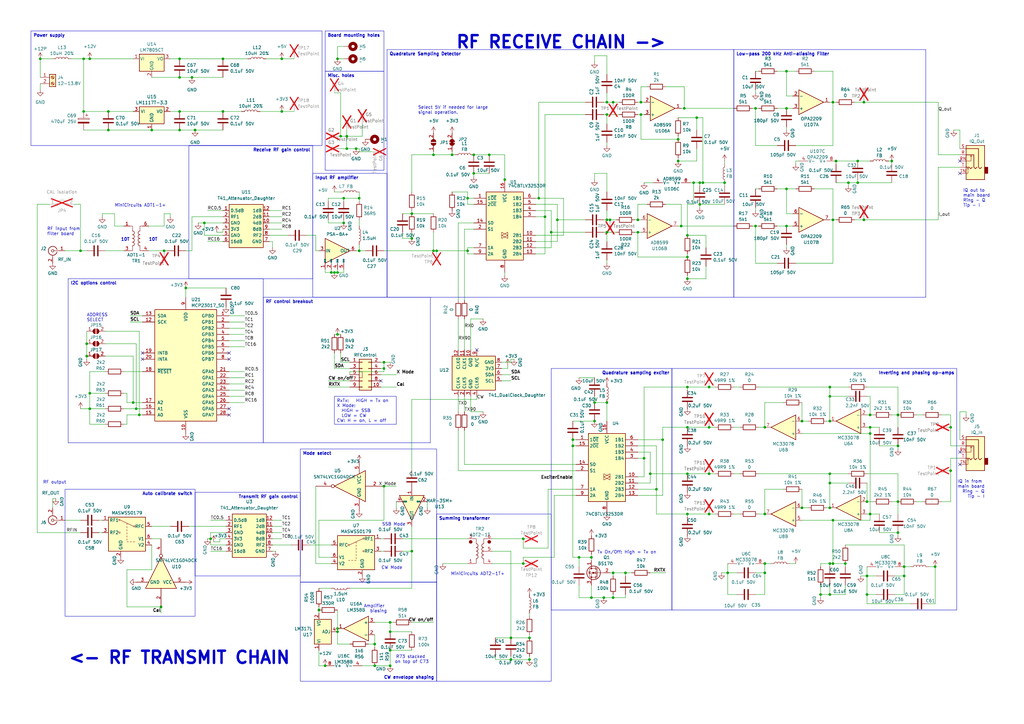
<source format=kicad_sch>
(kicad_sch (version 20250114) (generator "eeschema") (generator_version "9.0")
  (paper "A3")
  (title_block (title "T41 RF Board") (date "2025-12-31") (rev "V012.8") (comment 1 "        Additional work by Oliver KI3P") (comment 2 "By Al Peter-AC8GY, Revised by WJ Schmidt-K9HZ") (comment 3 "Change log: Added daughterboards"))
  (text "RF output" (at 27.178 198.628 0) (effects (font (size 1.27 1.27)) (justify right bottom)))
  (text "RF input from\nfilter board" (at 19.304 96.774 0) (effects (font (size 1.27 1.27)) (justify left bottom)))
  (text "Amplifier \nbiasing" (at 158.75 251.46 0) (effects (font (size 1.27 1.27)) (justify right bottom)))
  (text "IQ out to \nmain board\nRing - Q\nTip - I" (at 394.97 85.09 0) (effects (font (size 1.27 1.27)) (justify left bottom)))
  (text "CW Mode" (at 165.1 233.68 0) (effects (font (size 1.27 1.27)) (justify right bottom)))
  (text "R73 stacked \non top of C73" (at 168.91 270.51 0) (effects (font (size 1.27 1.27))))
  (text "10T" (at 60.96 99.06 0) (effects (font (size 1.27 1.27) (bold yes)) (justify left bottom)))
  (text "RF RECEIVE CHAIN ->" (at 186.69 20.32 0) (effects (font (size 5 5) (bold yes)) (justify left bottom)))
  (text "Select 5V if needed for large \nsignal operation." (at 171.45 46.99 0) (effects (font (size 1.27 1.27)) (justify left bottom)))
  (text "ADDRESS\nSELECT" (at 35.56 132.08 0) (effects (font (size 1.27 1.27)) (justify left bottom)))
  (text "Tx On/Off: High = Tx on" (at 269.24 227.33 0) (effects (font (size 1.27 1.27)) (justify right bottom)))
  (text "SSB Mode" (at 166.37 215.9 0) (effects (font (size 1.27 1.27)) (justify right bottom)))
  (text "IQ in from \nmain board\nRing - Q\nTip - I" (at 403.86 204.47 0) (effects (font (size 1.27 1.27)) (justify right bottom)))
  (text "MiniCircuits ADT2-1T+" (at 207.01 236.22 0) (effects (font (size 1.27 1.27)) (justify right bottom)))
  (text "MiniCircuits ADT1-1+" (at 46.99 85.09 0) (effects (font (size 1.27 1.27)) (justify left bottom)))
  (text "10T" (at 49.53 99.06 0) (effects (font (size 1.27 1.27) (bold yes)) (justify left bottom)))
  (text "<- RF TRANSMIT CHAIN" (at 119.38 272.796 0) (effects (font (size 5 5) (bold yes)) (justify right bottom)))
  (text_box "RF control breakout" (at 107.95 121.92 0) (size 68.58 59.69) (margins 0.9525 0.9525 0.9525 0.9525) (effects (font (size 1.27 1.27) (bold yes)) (justify left top)))
  (text_box "Auto calibrate switch" (at 80.01 200.66 0) (size -53.34 52.07) (margins 0.9525 0.9525 0.9525 0.9525) (effects (font (size 1.27 1.27) (thickness 0.254) (bold yes)) (justify right top)))
  (text_box "Power supply" (at 12.7 12.7 0) (size 119.38 46.99) (margins 0.9525 0.9525 0.9525 0.9525) (effects (font (size 1.27 1.27) (thickness 0.254) (bold yes)) (justify left top)))
  (text_box "Mode select" (at 123.19 184.15 0) (size 55.88 54.61) (margins 0.9525 0.9525 0.9525 0.9525) (effects (font (size 1.27 1.27) (thickness 0.254) (bold yes)) (justify left top)))
  (text_box "Inverting and phasing op-amps" (at 392.43 151.13 0) (size -116.84 99.06) (margins 0.9525 0.9525 0.9525 0.9525) (effects (font (size 1.27 1.27) (thickness 0.254) (bold yes)) (justify right top)))
  (text_box "Transmit RF gain control" (at 80.01 201.93 0) (size 43.18 34.29) (margins 0.9525 0.9525 0.9525 0.9525) (effects (font (size 1.27 1.27) (thickness 0.254) (bold yes)) (justify right top)))
  (text_box "Input RF amplifier" (at 128.27 71.12 0) (size 30.48 50.8) (margins 0.9525 0.9525 0.9525 0.9525) (effects (font (size 1.27 1.27) (thickness 0.254) (bold yes)) (justify left top)))
  (text_box "Low-pass 200 kHz Anti-aliasing Filter" (at 300.99 20.32 0) (size 78.74 101.6) (margins 0.9525 0.9525 0.9525 0.9525) (effects (font (size 1.27 1.27) (thickness 0.254) (bold yes)) (justify left top)))
  (text_box "Summing transformer" (at 179.07 210.82 0) (size 46.99 68.58) (margins 0.9525 0.9525 0.9525 0.9525) (effects (font (size 1.27 1.27) (thickness 0.254) (bold yes)) (justify left top)))
  (text_box "I2C options control" (at 27.94 114.3 0) (size 80.01 67.31) (margins 0.9525 0.9525 0.9525 0.9525) (effects (font (size 1.27 1.27) (bold yes)) (justify left top)))
  (text_box "RxTx:   HIGH = Tx on\nX Mode:\n  HIGH = SSB\n  LOW = CW\nCW: H = on, L = off" (at 137.16 162.56 0) (size 25.4 11.43) (margins 0.9525 0.9525 0.9525 0.9525) (effects (font (size 1.27 1.27)) (justify left top)))
  (text_box "Quadrature sampling exciter" (at 275.59 151.13 0) (size -49.53 99.06) (margins 0.9525 0.9525 0.9525 0.9525) (effects (font (size 1.27 1.27) (thickness 0.254) (bold yes)) (justify right top)))
  (text_box "Quadrature Sampling Detector" (at 158.75 20.32 0) (size 142.24 101.6) (margins 0.9525 0.9525 0.9525 0.9525) (effects (font (size 1.27 1.27) (thickness 0.254) (bold yes)) (justify left top)))
  (text_box "Receive RF gain control" (at 77.47 59.69 0) (size 50.8 54.61) (margins 0.9525 0.9525 0.9525 0.9525) (effects (font (size 1.27 1.27) (thickness 0.254) (bold yes)) (justify right top)))
  (text_box "Misc. holes" (at 133.35 29.21 0) (size 24.13 40.64) (margins 0.9525 0.9525 0.9525 0.9525) (effects (font (size 1.27 1.27) (thickness 0.254) (bold yes)) (justify left top)))
  (text_box "CW envelope shaping" (at 179.07 238.76 0) (size -55.88 40.64) (margins 0.9525 0.9525 0.9525 0.9525) (effects (font (size 1.27 1.27) (thickness 0.254) (bold yes)) (justify right bottom)))
  (text_box "Board mounting holes" (at 133.35 12.7 0) (size 24.13 16.51) (margins 0.9525 0.9525 0.9525 0.9525) (effects (font (size 1.27 1.27) (thickness 0.254) (bold yes)) (justify left top)))
  (junction (at 153.67 264.16))
  (junction (at 322.58 92.71))
  (junction (at 290.83 175.26))
  (junction (at 281.94 96.52))
  (junction (at 290.83 210.82))
  (junction (at 389.89 175.26))
  (junction (at 281.94 194.31))
  (junction (at 185.42 63.5))
  (junction (at 243.84 172.72))
  (junction (at 347.98 74.93))
  (junction (at 356.87 175.26))
  (junction (at 138.43 257.81))
  (junction (at 281.94 210.82))
  (junction (at 256.54 234.95))
  (junction (at 271.78 180.34))
  (junction (at 34.29 45.72))
  (junction (at 340.36 172.72))
  (junction (at 168.91 97.79))
  (junction (at 355.6 205.74))
  (junction (at 36.83 161.29))
  (junction (at 279.4 92.71))
  (junction (at 226.06 95.25))
  (junction (at 368.3 205.74))
  (junction (at 35.56 146.05))
  (junction (at 191.77 81.28))
  (junction (at 322.58 77.47))
  (junction (at 142.24 60.96))
  (junction (at 278.13 66.04))
  (junction (at 160.02 259.08))
  (junction (at 313.69 210.82))
  (junction (at 177.8 102.87))
  (junction (at 73.66 31.75))
  (junction (at 220.98 81.28))
  (junction (at 147.32 81.28))
  (junction (at 346.71 231.14))
  (junction (at 80.01 53.34))
  (junction (at 207.01 73.66))
  (junction (at 287.02 83.82))
  (junction (at 179.07 102.87))
  (junction (at 281.94 105.41))
  (junction (at 57.15 170.18))
  (junction (at 309.88 44.45))
  (junction (at 223.52 88.9))
  (junction (at 313.69 231.14))
  (junction (at 266.7 194.31))
  (junction (at 138.43 137.16))
  (junction (at 35.56 140.97))
  (junction (at 16.51 24.13))
  (junction (at 356.87 210.82))
  (junction (at 340.36 243.84))
  (junction (at 251.46 41.91))
  (junction (at 341.63 90.17))
  (junction (at 247.65 245.11))
  (junction (at 34.29 24.13))
  (junction (at 280.67 44.45))
  (junction (at 243.84 165.1))
  (junction (at 281.94 175.26))
  (junction (at 355.6 236.22))
  (junction (at 342.9 66.04))
  (junction (at 66.04 248.92))
  (junction (at 73.66 53.34))
  (junction (at 328.93 172.72))
  (junction (at 142.24 55.88))
  (junction (at 234.95 180.34))
  (junction (at 138.43 259.08))
  (junction (at 340.36 208.28))
  (junction (at 284.48 74.93))
  (junction (at 261.62 95.25))
  (junction (at 297.18 74.93))
  (junction (at 36.83 24.13))
  (junction (at 336.55 243.84))
  (junction (at 383.54 232.41))
  (junction (at 328.93 208.28))
  (junction (at 262.89 41.91))
  (junction (at 341.63 41.91))
  (junction (at 248.92 90.17))
  (junction (at 194.31 71.12))
  (junction (at 147.32 102.87))
  (junction (at 322.58 44.45))
  (junction (at 389.89 193.04))
  (junction (at 44.45 45.72))
  (junction (at 356.87 177.8))
  (junction (at 55.88 167.64))
  (junction (at 217.17 270.51))
  (junction (at 36.83 167.64))
  (junction (at 313.69 175.26))
  (junction (at 340.36 198.12))
  (junction (at 214.63 220.98))
  (junction (at 281.94 158.75))
  (junction (at 290.83 194.31))
  (junction (at 160.02 273.05))
  (junction (at 340.36 194.31))
  (junction (at 153.67 273.05))
  (junction (at 191.77 102.87))
  (junction (at 133.35 273.05))
  (junction (at 115.57 45.72))
  (junction (at 250.19 90.17))
  (junction (at 368.3 170.18))
  (junction (at 248.92 46.99))
  (junction (at 309.88 92.71))
  (junction (at 73.66 45.72))
  (junction (at 168.91 226.06))
  (junction (at 146.05 60.96))
  (junction (at 354.33 90.17))
  (junction (at 290.83 158.75))
  (junction (at 177.8 63.5))
  (junction (at 248.92 95.25))
  (junction (at 322.58 29.21))
  (junction (at 288.29 74.93))
  (junction (at 200.66 63.5))
  (junction (at 368.3 182.88))
  (junction (at 140.97 81.28))
  (junction (at 157.48 199.39))
  (junction (at 262.89 46.99))
  (junction (at 91.44 24.13))
  (junction (at 139.7 55.88))
  (junction (at 341.63 213.36))
  (junction (at 355.6 243.84))
  (junction (at 269.24 200.66))
  (junction (at 368.3 218.44))
  (junction (at 73.66 24.13))
  (junction (at 370.84 232.41))
  (junction (at 251.46 234.95))
  (junction (at 341.63 231.14))
  (junction (at 298.45 234.95))
  (junction (at 248.92 41.91))
  (junction (at 86.36 220.98))
  (junction (at 351.79 74.93))
  (junction (at 356.87 170.18))
  (junction (at 370.84 236.22))
  (junction (at 365.76 66.04))
  (junction (at 160.02 266.7))
  (junction (at 83.82 91.44))
  (junction (at 209.55 270.51))
  (junction (at 76.2 118.11))
  (junction (at 242.57 228.6))
  (junction (at 281.94 114.3))
  (junction (at 242.57 245.11))
  (junction (at 138.43 24.13))
  (junction (at 157.48 148.59))
  (junction (at 54.61 165.1))
  (junction (at 237.49 228.6))
  (junction (at 130.81 250.19))
  (junction (at 313.69 234.95))
  (junction (at 135.89 111.76))
  (junction (at 140.97 91.44))
  (junction (at 160.02 255.27))
  (junction (at 251.46 245.11))
  (junction (at 340.36 162.56))
  (junction (at 91.44 45.72))
  (junction (at 138.43 111.76))
  (junction (at 44.45 53.34))
  (junction (at 261.62 90.17))
  (junction (at 217.17 261.62))
  (junction (at 228.6 90.17))
  (junction (at 137.16 111.76))
  (junction (at 340.36 158.75))
  (junction (at 214.63 231.14))
  (junction (at 340.36 231.14))
  (junction (at 115.57 24.13))
  (junction (at 194.31 63.5))
  (junction (at 157.48 151.13))
  (junction (at 287.02 74.93))
  (junction (at 33.02 102.87))
  (junction (at 209.55 261.62))
  (junction (at 248.92 165.1))
  (junction (at 354.33 41.91))
  (junction (at 351.79 66.04))
  (junction (at 278.13 57.15))
  (junction (at 78.74 31.75))
  (junction (at 264.16 187.96))
  (junction (at 168.91 87.63))
  (junction (at 285.75 48.26))
  (junction (at 234.95 182.88))
  (junction (at 62.23 53.34))
  (junction (at 67.31 102.87))
  (no_connect (at 393.7 190.5))
  (no_connect (at 93.98 144.78))
  (no_connect (at 93.98 167.64))
  (no_connect (at 58.42 147.32))
  (no_connect (at 195.58 143.51))
  (no_connect (at 393.7 185.42))
  (no_connect (at 58.42 144.78))
  (no_connect (at 393.7 66.04))
  (no_connect (at 93.98 170.18))
  (no_connect (at 393.7 71.12))
  (no_connect (at 156.21 156.21))
  (no_connect (at 93.98 147.32))
  (wire (pts (xy 247.65 90.17) (xy 248.92 90.17)))
  (wire (pts (xy 342.9 66.04) (xy 342.9 67.31)))
  (wire (pts (xy 237.49 245.11) (xy 242.57 245.11)))
  (wire (pts (xy 139.7 60.96) (xy 142.24 60.96)))
  (wire (pts (xy 62.23 233.68) (xy 52.07 233.68)))
  (wire (pts (xy 137.16 137.16) (xy 138.43 137.16)))
  (wire (pts (xy 142.24 55.88) (xy 142.24 53.34)))
  (wire (pts (xy 342.9 66.04) (xy 351.79 66.04)))
  (wire (pts (xy 209.55 261.62) (xy 203.2 261.62)))
  (wire (pts (xy 322.58 92.71) (xy 325.12 92.71)))
  (wire (pts (xy 100.33 160.02) (xy 93.98 160.02)))
  (wire (pts (xy 77.47 215.9) (xy 92.71 215.9)))
  (wire (pts (xy 67.31 87.63) (xy 69.85 87.63)))
  (wire (pts (xy 33.02 102.87) (xy 35.56 102.87)))
  (wire (pts (xy 191.77 81.28) (xy 191.77 83.82)))
  (wire (pts (xy 33.02 167.64) (xy 36.83 167.64)))
  (wire (pts (xy 168.91 163.83) (xy 168.91 193.04)))
  (wire (pts (xy 322.58 87.63) (xy 322.58 77.47)))
  (wire (pts (xy 318.77 29.21) (xy 322.58 29.21)))
  (wire (pts (xy 289.56 109.22) (xy 289.56 114.3)))
  (wire (pts (xy 356.87 210.82) (xy 355.6 210.82)))
  (wire (pts (xy 237.49 228.6) (xy 234.95 228.6)))
  (wire (pts (xy 341.63 90.17) (xy 342.9 90.17)))
  (wire (pts (xy 284.48 83.82) (xy 284.48 74.93)))
  (wire (pts (xy 36.83 167.64) (xy 43.18 167.64)))
  (wire (pts (xy 370.84 223.52) (xy 370.84 232.41)))
  (wire (pts (xy 290.83 158.75) (xy 281.94 158.75)))
  (wire (pts (xy 143.51 152.4) (xy 157.48 152.4)))
  (wire (pts (xy 281.94 210.82) (xy 281.94 212.09)))
  (wire (pts (xy 340.36 243.84) (xy 336.55 243.84)))
  (wire (pts (xy 33.02 83.82) (xy 33.02 102.87)))
  (wire (pts (xy 261.62 180.34) (xy 271.78 180.34)))
  (wire (pts (xy 266.7 185.42) (xy 266.7 194.31)))
  (wire (pts (xy 133.35 273.05) (xy 130.81 273.05)))
  (wire (pts (xy 193.04 130.81) (xy 193.04 143.51)))
  (wire (pts (xy 147.32 78.74) (xy 147.32 81.28)))
  (wire (pts (xy 191.77 101.6) (xy 194.31 101.6)))
  (wire (pts (xy 66.04 220.98) (xy 62.23 220.98)))
  (wire (pts (xy 346.71 223.52) (xy 370.84 223.52)))
  (wire (pts (xy 73.66 45.72) (xy 91.44 45.72)))
  (wire (pts (xy 356.87 177.8) (xy 356.87 210.82)))
  (wire (pts (xy 298.45 243.84) (xy 298.45 234.95)))
  (wire (pts (xy 190.5 93.98) (xy 190.5 123.19)))
  (wire (pts (xy 147.32 102.87) (xy 149.86 102.87)))
  (wire (pts (xy 360.68 210.82) (xy 356.87 210.82)))
  (wire (pts (xy 347.98 158.75) (xy 340.36 158.75)))
  (wire (pts (xy 217.17 260.35) (xy 217.17 261.62)))
  (wire (pts (xy 83.82 91.44) (xy 91.44 91.44)))
  (wire (pts (xy 168.91 63.5) (xy 168.91 78.74)))
  (wire (pts (xy 281.94 158.75) (xy 264.16 158.75)))
  (wire (pts (xy 134.62 90.17) (xy 134.62 91.44)))
  (wire (pts (xy 191.77 220.98) (xy 165.1 220.98)))
  (wire (pts (xy 148.59 55.88) (xy 142.24 55.88)))
  (wire (pts (xy 43.18 152.4) (xy 36.83 152.4)))
  (wire (pts (xy 138.43 259.08) (xy 138.43 264.16)))
  (wire (pts (xy 100.33 165.1) (xy 93.98 165.1)))
  (wire (pts (xy 370.84 236.22) (xy 367.03 236.22)))
  (wire (pts (xy 36.83 24.13) (xy 54.61 24.13)))
  (wire (pts (xy 243.84 22.86) (xy 248.92 22.86)))
  (wire (pts (xy 53.34 129.54) (xy 58.42 129.54)))
  (wire (pts (xy 138.43 250.19) (xy 138.43 257.81)))
  (wire (pts (xy 383.54 247.65) (xy 383.54 232.41)))
  (wire (pts (xy 261.62 182.88) (xy 269.24 182.88)))
  (wire (pts (xy 168.91 241.3) (xy 168.91 226.06)))
  (wire (pts (xy 389.89 170.18) (xy 386.08 170.18)))
  (wire (pts (xy 134.62 158.75) (xy 143.51 158.75)))
  (wire (pts (xy 46.99 92.71) (xy 46.99 87.63)))
  (wire (pts (xy 303.53 194.31) (xy 300.99 194.31)))
  (wire (pts (xy 217.17 270.51) (xy 209.55 270.51)))
  (wire (pts (xy 92.71 223.52) (xy 86.36 223.52)))
  (wire (pts (xy 55.88 167.64) (xy 58.42 167.64)))
  (wire (pts (xy 355.6 158.75) (xy 368.3 158.75)))
  (wire (pts (xy 281.94 210.82) (xy 269.24 210.82)))
  (wire (pts (xy 248.92 165.1) (xy 248.92 172.72)))
  (wire (pts (xy 234.95 182.88) (xy 234.95 228.6)))
  (wire (pts (xy 251.46 234.95) (xy 250.19 234.95)))
  (wire (pts (xy 100.33 142.24) (xy 93.98 142.24)))
  (wire (pts (xy 295.91 234.95) (xy 298.45 234.95)))
  (wire (pts (xy 336.55 240.03) (xy 336.55 243.84)))
  (wire (pts (xy 340.36 208.28) (xy 339.09 208.28)))
  (wire (pts (xy 261.62 95.25) (xy 261.62 105.41)))
  (wire (pts (xy 43.18 140.97) (xy 55.88 140.97)))
  (wire (pts (xy 220.98 81.28) (xy 231.14 81.28)))
  (wire (pts (xy 297.18 76.2) (xy 297.18 74.93)))
  (wire (pts (xy 389.89 182.88) (xy 389.89 175.26)))
  (wire (pts (xy 261.62 41.91) (xy 262.89 41.91)))
  (wire (pts (xy 85.09 86.36) (xy 91.44 86.36)))
  (wire (pts (xy 340.36 162.56) (xy 340.36 172.72)))
  (wire (pts (xy 209.55 147.32) (xy 210.82 147.32)))
  (wire (pts (xy 146.05 102.87) (xy 147.32 102.87)))
  (wire (pts (xy 157.48 226.06) (xy 156.21 226.06)))
  (wire (pts (xy 279.4 92.71) (xy 278.13 92.71)))
  (wire (pts (xy 287.02 83.82) (xy 297.18 83.82)))
  (wire (pts (xy 322.58 77.47) (xy 326.39 77.47)))
  (wire (pts (xy 370.84 232.41) (xy 370.84 236.22)))
  (wire (pts (xy 389.89 193.04) (xy 389.89 205.74)))
  (wire (pts (xy 303.53 175.26) (xy 300.99 175.26)))
  (wire (pts (xy 285.75 60.96) (xy 285.75 66.04)))
  (wire (pts (xy 134.62 81.28) (xy 140.97 81.28)))
  (wire (pts (xy 140.97 90.17) (xy 140.97 91.44)))
  (wire (pts (xy 157.48 151.13) (xy 157.48 148.59)))
  (wire (pts (xy 316.23 231.14) (xy 313.69 231.14)))
  (wire (pts (xy 346.71 243.84) (xy 340.36 243.84)))
  (wire (pts (xy 242.57 228.6) (xy 242.57 229.87)))
  (wire (pts (xy 243.84 172.72) (xy 234.95 172.72)))
  (wire (pts (xy 130.81 213.36) (xy 130.81 228.6)))
  (wire (pts (xy 142.24 60.96) (xy 146.05 60.96)))
  (wire (pts (xy 209.55 226.06) (xy 201.93 226.06)))
  (wire (pts (xy 35.56 147.32) (xy 35.56 146.05)))
  (wire (pts (xy 293.37 158.75) (xy 290.83 158.75)))
  (wire (pts (xy 271.78 180.34) (xy 271.78 203.2)))
  (wire (pts (xy 283.21 74.93) (xy 284.48 74.93)))
  (wire (pts (xy 355.6 198.12) (xy 355.6 205.74)))
  (wire (pts (xy 248.92 41.91) (xy 251.46 41.91)))
  (wire (pts (xy 187.96 162.56) (xy 187.96 168.91)))
  (wire (pts (xy 115.57 93.98) (xy 110.49 93.98)))
  (wire (pts (xy 168.91 63.5) (xy 177.8 63.5)))
  (wire (pts (xy 85.09 99.06) (xy 91.44 99.06)))
  (wire (pts (xy 76.2 118.11) (xy 92.71 118.11)))
  (wire (pts (xy 384.81 41.91) (xy 354.33 41.91)))
  (wire (pts (xy 340.36 231.14) (xy 340.36 232.41)))
  (wire (pts (xy 341.63 77.47) (xy 341.63 90.17)))
  (wire (pts (xy 287.02 74.93) (xy 288.29 74.93)))
  (wire (pts (xy 217.17 251.46) (xy 217.17 252.73)))
  (wire (pts (xy 242.57 227.33) (xy 242.57 228.6)))
  (wire (pts (xy 368.3 218.44) (xy 360.68 218.44)))
  (wire (pts (xy 322.58 29.21) (xy 326.39 29.21)))
  (wire (pts (xy 260.35 95.25) (xy 261.62 95.25)))
  (wire (pts (xy 240.03 46.99) (xy 223.52 46.99)))
  (wire (pts (xy 16.51 24.13) (xy 21.59 24.13)))
  (wire (pts (xy 289.56 114.3) (xy 281.94 114.3)))
  (wire (pts (xy 341.63 107.95) (xy 341.63 90.17)))
  (wire (pts (xy 260.35 90.17) (xy 261.62 90.17)))
  (wire (pts (xy 280.67 44.45) (xy 279.4 44.45)))
  (wire (pts (xy 36.83 161.29) (xy 36.83 167.64)))
  (wire (pts (xy 214.63 231.14) (xy 201.93 231.14)))
  (wire (pts (xy 393.7 168.91) (xy 396.24 168.91)))
  (wire (pts (xy 278.13 55.88) (xy 278.13 57.15)))
  (wire (pts (xy 271.78 175.26) (xy 271.78 180.34)))
  (wire (pts (xy 309.88 59.69) (xy 309.88 44.45)))
  (wire (pts (xy 368.3 182.88) (xy 368.3 184.15)))
  (wire (pts (xy 309.88 107.95) (xy 318.77 107.95)))
  (wire (pts (xy 34.29 24.13) (xy 34.29 45.72)))
  (wire (pts (xy 393.7 63.5) (xy 384.81 63.5)))
  (wire (pts (xy 78.74 102.87) (xy 78.74 88.9)))
  (wire (pts (xy 334.01 29.21) (xy 341.63 29.21)))
  (wire (pts (xy 52.07 170.18) (xy 52.07 173.99)))
  (wire (pts (xy 248.92 71.12) (xy 248.92 78.74)))
  (wire (pts (xy 378.46 170.18) (xy 375.92 170.18)))
  (wire (pts (xy 251.46 243.84) (xy 251.46 245.11)))
  (wire (pts (xy 227.33 203.2) (xy 227.33 228.6)))
  (wire (pts (xy 351.79 74.93) (xy 365.76 74.93)))
  (wire (pts (xy 194.31 71.12) (xy 200.66 71.12)))
  (wire (pts (xy 203.2 270.51) (xy 209.55 270.51)))
  (wire (pts (xy 248.92 46.99) (xy 248.92 50.8)))
  (wire (pts (xy 347.98 74.93) (xy 351.79 74.93)))
  (wire (pts (xy 139.7 55.88) (xy 142.24 55.88)))
  (wire (pts (xy 271.78 203.2) (xy 261.62 203.2)))
  (wire (pts (xy 281.94 104.14) (xy 281.94 105.41)))
  (wire (pts (xy 248.92 95.25) (xy 248.92 99.06)))
  (wire (pts (xy 322.58 100.33) (xy 322.58 101.6)))
  (wire (pts (xy 177.8 255.27) (xy 168.91 255.27)))
  (wire (pts (xy 318.77 77.47) (xy 322.58 77.47)))
  (wire (pts (xy 223.52 88.9) (xy 219.71 88.9)))
  (wire (pts (xy 83.82 96.52) (xy 83.82 91.44)))
  (wire (pts (xy 220.98 41.91) (xy 220.98 81.28)))
  (wire (pts (xy 351.79 66.04) (xy 356.87 66.04)))
  (wire (pts (xy 91.44 95.25) (xy 91.44 93.98)))
  (wire (pts (xy 381 247.65) (xy 383.54 247.65)))
  (wire (pts (xy 373.38 247.65) (xy 355.6 247.65)))
  (wire (pts (xy 162.56 199.39) (xy 157.48 199.39)))
  (wire (pts (xy 90.17 222.25) (xy 87.63 222.25)))
  (wire (pts (xy 50.8 167.64) (xy 55.88 167.64)))
  (wire (pts (xy 214.63 224.79) (xy 214.63 220.98)))
  (wire (pts (xy 35.56 140.97) (xy 35.56 146.05)))
  (wire (pts (xy 281.94 83.82) (xy 284.48 83.82)))
  (wire (pts (xy 193.04 162.56) (xy 193.04 168.91)))
  (wire (pts (xy 355.6 194.31) (xy 368.3 194.31)))
  (wire (pts (xy 269.24 210.82) (xy 269.24 200.66)))
  (wire (pts (xy 328.93 165.1) (xy 328.93 172.72)))
  (wire (pts (xy 191.77 104.14) (xy 191.77 102.87)))
  (wire (pts (xy 285.75 66.04) (xy 278.13 66.04)))
  (wire (pts (xy 289.56 96.52) (xy 281.94 96.52)))
  (wire (pts (xy 41.91 218.44) (xy 40.64 218.44)))
  (wire (pts (xy 261.62 83.82) (xy 261.62 90.17)))
  (wire (pts (xy 62.23 223.52) (xy 62.23 233.68)))
  (wire (pts (xy 219.71 101.6) (xy 226.06 101.6)))
  (wire (pts (xy 100.33 132.08) (xy 93.98 132.08)))
  (wire (pts (xy 162.56 205.74) (xy 162.56 208.28)))
  (wire (pts (xy 264.16 187.96) (xy 264.16 195.58)))
  (wire (pts (xy 288.29 74.93) (xy 297.18 74.93)))
  (wire (pts (xy 139.7 38.1) (xy 137.16 38.1)))
  (wire (pts (xy 313.69 165.1) (xy 313.69 175.26)))
  (wire (pts (xy 142.24 55.88) (xy 142.24 60.96)))
  (wire (pts (xy 256.54 245.11) (xy 251.46 245.11)))
  (wire (pts (xy 76.2 118.11) (xy 76.2 121.92)))
  (wire (pts (xy 248.92 46.99) (xy 254 46.99)))
  (wire (pts (xy 81.28 91.44) (xy 83.82 91.44)))
  (wire (pts (xy 350.52 41.91) (xy 354.33 41.91)))
  (wire (pts (xy 185.42 63.5) (xy 186.69 63.5)))
  (wire (pts (xy 313.69 200.66) (xy 313.69 210.82)))
  (wire (pts (xy 242.57 245.11) (xy 242.57 240.03)))
  (wire (pts (xy 248.92 165.1) (xy 243.84 165.1)))
  (wire (pts (xy 205.74 148.59) (xy 209.55 148.59)))
  (wire (pts (xy 156.21 153.67) (xy 162.56 153.67)))
  (wire (pts (xy 168.91 95.25) (xy 168.91 97.79)))
  (wire (pts (xy 237.49 228.6) (xy 242.57 228.6)))
  (wire (pts (xy 78.74 31.75) (xy 91.44 31.75)))
  (wire (pts (xy 135.89 228.6) (xy 130.81 228.6)))
  (wire (pts (xy 67.31 92.71) (xy 67.31 87.63)))
  (wire (pts (xy 168.91 266.7) (xy 160.02 266.7)))
  (wire (pts (xy 193.04 168.91) (xy 198.12 168.91)))
  (wire (pts (xy 177.8 62.23) (xy 177.8 63.5)))
  (wire (pts (xy 115.57 218.44) (xy 111.76 218.44)))
  (wire (pts (xy 137.16 151.13) (xy 137.16 144.78)))
  (wire (pts (xy 347.98 74.93) (xy 347.98 76.2)))
  (wire (pts (xy 214.63 220.98) (xy 201.93 220.98)))
  (wire (pts (xy 100.33 154.94) (xy 93.98 154.94)))
  (wire (pts (xy 157.48 220.98) (xy 156.21 220.98)))
  (wire (pts (xy 340.36 231.14) (xy 341.63 231.14)))
  (wire (pts (xy 368.3 218.44) (xy 368.3 219.71)))
  (wire (pts (xy 248.92 58.42) (xy 248.92 59.69)))
  (wire (pts (xy 261.62 187.96) (xy 264.16 187.96)))
  (wire (pts (xy 243.84 71.12) (xy 248.92 71.12)))
  (wire (pts (xy 207.01 63.5) (xy 207.01 73.66)))
  (wire (pts (xy 138.43 110.49) (xy 138.43 111.76)))
  (wire (pts (xy 219.71 104.14) (xy 223.52 104.14)))
  (wire (pts (xy 21.59 208.28) (xy 21.59 204.47)))
  (wire (pts (xy 368.3 194.31) (xy 368.3 205.74)))
  (wire (pts (xy 336.55 231.14) (xy 340.36 231.14)))
  (wire (pts (xy 190.5 190.5) (xy 236.22 190.5)))
  (wire (pts (xy 69.85 215.9) (xy 62.23 215.9)))
  (wire (pts (xy 21.59 204.47) (xy 22.86 204.47)))
  (wire (pts (xy 287.02 74.93) (xy 287.02 76.2)))
  (wire (pts (xy 248.92 22.86) (xy 248.92 30.48)))
  (wire (pts (xy 194.31 81.28) (xy 191.77 81.28)))
  (wire (pts (xy 265.43 35.56) (xy 262.89 35.56)))
  (wire (pts (xy 262.89 46.99) (xy 264.16 46.99)))
  (wire (pts (xy 153.67 273.05) (xy 148.59 273.05)))
  (wire (pts (xy 356.87 213.36) (xy 356.87 210.82)))
  (wire (pts (xy 46.99 87.63) (xy 41.91 87.63)))
  (wire (pts (xy 341.63 41.91) (xy 342.9 41.91)))
  (wire (pts (xy 43.18 135.89) (xy 57.15 135.89)))
  (wire (pts (xy 264.16 158.75) (xy 264.16 187.96)))
  (wire (pts (xy 34.29 45.72) (xy 44.45 45.72)))
  (wire (pts (xy 393.7 180.34) (xy 393.7 168.91)))
  (wire (pts (xy 109.22 24.13) (xy 115.57 24.13)))
  (wire (pts (xy 129.54 102.87) (xy 130.81 102.87)))
  (wire (pts (xy 293.37 194.31) (xy 290.83 194.31)))
  (wire (pts (xy 256.54 234.95) (xy 256.54 236.22)))
  (wire (pts (xy 234.95 182.88) (xy 234.95 180.34)))
  (wire (pts (xy 152.4 62.23) (xy 147.32 62.23)))
  (wire (pts (xy 115.57 220.98) (xy 111.76 220.98)))
  (wire (pts (xy 205.74 153.67) (xy 209.55 153.67)))
  (wire (pts (xy 247.65 95.25) (xy 248.92 95.25)))
  (wire (pts (xy 78.74 102.87) (xy 76.2 102.87)))
  (wire (pts (xy 135.89 111.76) (xy 137.16 111.76)))
  (wire (pts (xy 73.66 31.75) (xy 78.74 31.75)))
  (wire (pts (xy 261.62 46.99) (xy 262.89 46.99)))
  (wire (pts (xy 100.33 137.16) (xy 93.98 137.16)))
  (wire (pts (xy 273.05 83.82) (xy 279.4 83.82)))
  (wire (pts (xy 340.36 240.03) (xy 340.36 243.84)))
  (wire (pts (xy 156.21 158.75) (xy 162.56 158.75)))
  (wire (pts (xy 309.88 92.71) (xy 311.15 92.71)))
  (wire (pts (xy 259.08 234.95) (xy 256.54 234.95)))
  (wire (pts (xy 190.5 176.53) (xy 190.5 190.5)))
  (wire (pts (xy 389.89 187.96) (xy 389.89 193.04)))
  (wire (pts (xy 139.7 144.78) (xy 139.7 148.59)))
  (wire (pts (xy 60.96 102.87) (xy 67.31 102.87)))
  (wire (pts (xy 100.33 152.4) (xy 93.98 152.4)))
  (wire (pts (xy 147.32 81.28) (xy 147.32 82.55)))
  (wire (pts (xy 52.07 248.92) (xy 66.04 248.92)))
  (wire (pts (xy 156.21 151.13) (xy 157.48 151.13)))
  (wire (pts (xy 318.77 44.45) (xy 322.58 44.45)))
  (wire (pts (xy 309.88 92.71) (xy 309.88 107.95)))
  (wire (pts (xy 327.66 66.04) (xy 326.39 66.04)))
  (wire (pts (xy 110.49 96.52) (xy 118.11 96.52)))
  (wire (pts (xy 187.96 193.04) (xy 236.22 193.04)))
  (wire (pts (xy 341.63 213.36) (xy 356.87 213.36)))
  (wire (pts (xy 350.52 90.17) (xy 354.33 90.17)))
  (wire (pts (xy 165.1 87.63) (xy 168.91 87.63)))
  (wire (pts (xy 261.62 95.25) (xy 262.89 95.25)))
  (wire (pts (xy 228.6 99.06) (xy 228.6 90.17)))
  (wire (pts (xy 356.87 175.26) (xy 355.6 175.26)))
  (wire (pts (xy 78.74 88.9) (xy 91.44 88.9)))
  (wire (pts (xy 264.16 74.93) (xy 267.97 74.93)))
  (wire (pts (xy 309.88 29.21) (xy 311.15 29.21)))
  (wire (pts (xy 177.8 102.87) (xy 179.07 102.87)))
  (wire (pts (xy 100.33 129.54) (xy 93.98 129.54)))
  (wire (pts (xy 86.36 213.36) (xy 92.71 213.36)))
  (wire (pts (xy 326.39 59.69) (xy 341.63 59.69)))
  (wire (pts (xy 341.63 59.69) (xy 341.63 41.91)))
  (wire (pts (xy 334.01 77.47) (xy 341.63 77.47)))
  (wire (pts (xy 340.36 198.12) (xy 340.36 208.28)))
  (wire (pts (xy 209.55 148.59) (xy 209.55 147.32)))
  (wire (pts (xy 393.7 187.96) (xy 389.89 187.96)))
  (wire (pts (xy 318.77 92.71) (xy 322.58 92.71)))
  (wire (pts (xy 237.49 228.6) (xy 237.49 232.41)))
  (wire (pts (xy 73.66 24.13) (xy 91.44 24.13)))
  (wire (pts (xy 313.69 243.84) (xy 313.69 234.95)))
  (wire (pts (xy 290.83 175.26) (xy 281.94 175.26)))
  (wire (pts (xy 41.91 87.63) (xy 41.91 88.9)))
  (wire (pts (xy 378.46 205.74) (xy 375.92 205.74)))
  (wire (pts (xy 313.69 210.82) (xy 311.15 210.82)))
  (wire (pts (xy 236.22 200.66) (xy 224.79 200.66)))
  (wire (pts (xy 355.6 162.56) (xy 356.87 162.56)))
  (wire (pts (xy 88.9 95.25) (xy 91.44 95.25)))
  (wire (pts (xy 273.05 35.56) (xy 280.67 35.56)))
  (wire (pts (xy 140.97 81.28) (xy 140.97 82.55)))
  (wire (pts (xy 313.69 231.14) (xy 313.69 234.95)))
  (wire (pts (xy 157.48 199.39) (xy 157.48 213.36)))
  (wire (pts (xy 15.24 218.44) (xy 33.02 218.44)))
  (wire (pts (xy 223.52 104.14) (xy 223.52 88.9)))
  (wire (pts (xy 321.31 165.1) (xy 313.69 165.1)))
  (wire (pts (xy 138.43 264.16) (xy 143.51 264.16)))
  (wire (pts (xy 359.41 243.84) (xy 355.6 243.84)))
  (wire (pts (xy 207.01 74.93) (xy 207.01 73.66)))
  (wire (pts (xy 340.36 158.75) (xy 340.36 162.56)))
  (wire (pts (xy 236.22 180.34) (xy 234.95 180.34)))
  (wire (pts (xy 302.26 234.95) (xy 298.45 234.95)))
  (wire (pts (xy 326.39 107.95) (xy 341.63 107.95)))
  (wire (pts (xy 168.91 87.63) (xy 177.8 87.63)))
  (wire (pts (xy 393.7 60.96) (xy 393.7 53.34)))
  (wire (pts (xy 256.54 243.84) (xy 256.54 245.11)))
  (wire (pts (xy 340.36 194.31) (xy 340.36 198.12)))
  (wire (pts (xy 340.36 90.17) (xy 341.63 90.17)))
  (wire (pts (xy 86.36 220.98) (xy 86.36 218.44)))
  (wire (pts (xy 368.3 205.74) (xy 365.76 205.74)))
  (wire (pts (xy 209.55 269.24) (xy 209.55 270.51)))
  (wire (pts (xy 58.42 170.18) (xy 57.15 170.18)))
  (wire (pts (xy 368.3 158.75) (xy 368.3 170.18)))
  (wire (pts (xy 219.71 96.52) (xy 231.14 96.52)))
  (wire (pts (xy 177.8 63.5) (xy 185.42 63.5)))
  (wire (pts (xy 191.77 78.74) (xy 185.42 78.74)))
  (wire (pts (xy 54.61 146.05) (xy 54.61 165.1)))
  (wire (pts (xy 168.91 241.3) (xy 143.51 241.3)))
  (wire (pts (xy 57.15 135.89) (xy 57.15 170.18)))
  (wire (pts (xy 177.8 95.25) (xy 177.8 102.87)))
  (wire (pts (xy 135.89 241.3) (xy 130.81 241.3)))
  (wire (pts (xy 289.56 101.6) (xy 289.56 96.52)))
  (wire (pts (xy 100.33 139.7) (xy 93.98 139.7)))
  (wire (pts (xy 208.28 151.13) (xy 208.28 149.86)))
  (wire (pts (xy 293.37 175.26) (xy 290.83 175.26)))
  (wire (pts (xy 157.48 213.36) (xy 130.81 213.36)))
  (wire (pts (xy 66.04 251.46) (xy 66.04 248.92)))
  (wire (pts (xy 44.45 45.72) (xy 54.61 45.72)))
  (wire (pts (xy 313.69 175.26) (xy 311.15 175.26)))
  (wire (pts (xy 194.31 72.39) (xy 194.31 71.12)))
  (wire (pts (xy 15.24 83.82) (xy 20.32 83.82)))
  (wire (pts (xy 279.4 92.71) (xy 300.99 92.71)))
  (wire (pts (xy 135.89 223.52) (xy 127 223.52)))
  (wire (pts (xy 365.76 66.04) (xy 365.76 67.31)))
  (wire (pts (xy 247.65 46.99) (xy 248.92 46.99)))
  (wire (pts (xy 367.03 243.84) (xy 370.84 243.84)))
  (wire (pts (xy 57.15 170.18) (xy 52.07 170.18)))
  (wire (pts (xy 191.77 83.82) (xy 194.31 83.82)))
  (wire (pts (xy 35.56 135.89) (xy 35.56 140.97)))
  (wire (pts (xy 54.61 165.1) (xy 58.42 165.1)))
  (wire (pts (xy 41.91 213.36) (xy 40.64 213.36)))
  (wire (pts (xy 224.79 224.79) (xy 214.63 224.79)))
  (wire (pts (xy 346.71 243.84) (xy 346.71 240.03)))
  (wire (pts (xy 226.06 95.25) (xy 226.06 86.36)))
  (wire (pts (xy 143.51 153.67) (xy 143.51 152.4)))
  (wire (pts (xy 111.76 226.06) (xy 113.03 226.06)))
  (wire (pts (xy 360.68 175.26) (xy 356.87 175.26)))
  (wire (pts (xy 248.92 106.68) (xy 248.92 107.95)))
  (wire (pts (xy 50.8 152.4) (xy 58.42 152.4)))
  (wire (pts (xy 285.75 48.26) (xy 285.75 53.34)))
  (wire (pts (xy 16.51 34.29) (xy 16.51 36.83)))
  (wire (pts (xy 262.89 41.91) (xy 264.16 41.91)))
  (wire (pts (xy 226.06 95.25) (xy 240.03 95.25)))
  (wire (pts (xy 205.74 151.13) (xy 208.28 151.13)))
  (wire (pts (xy 111.76 99.06) (xy 111.76 101.6)))
  (wire (pts (xy 161.29 255.27) (xy 160.02 255.27)))
  (wire (pts (xy 262.89 57.15) (xy 262.89 46.99)))
  (wire (pts (xy 29.21 24.13) (xy 34.29 24.13)))
  (wire (pts (xy 356.87 177.8) (xy 356.87 175.26)))
  (wire (pts (xy 115.57 88.9) (xy 110.49 88.9)))
  (wire (pts (xy 191.77 102.87) (xy 191.77 101.6)))
  (wire (pts (xy 16.51 24.13) (xy 16.51 31.75)))
  (wire (pts (xy 135.89 231.14) (xy 129.54 231.14)))
  (wire (pts (xy 396.24 168.91) (xy 396.24 170.18)))
  (wire (pts (xy 356.87 162.56) (xy 356.87 170.18)))
  (wire (pts (xy 200.66 63.5) (xy 194.31 63.5)))
  (wire (pts (xy 346.71 231.14) (xy 341.63 231.14)))
  (wire (pts (xy 309.88 85.09) (xy 309.88 86.36)))
  (wire (pts (xy 111.76 223.52) (xy 119.38 223.52)))
  (wire (pts (xy 281.94 96.52) (xy 281.94 83.82)))
  (wire (pts (xy 157.48 152.4) (xy 157.48 151.13)))
  (wire (pts (xy 129.54 199.39) (xy 129.54 231.14)))
  (wire (pts (xy 368.3 182.88) (xy 360.68 182.88)))
  (wire (pts (xy 262.89 57.15) (xy 278.13 57.15)))
  (wire (pts (xy 251.46 41.91) (xy 254 41.91)))
  (wire (pts (xy 165.1 97.79) (xy 165.1 95.25)))
  (wire (pts (xy 284.48 74.93) (xy 287.02 74.93)))
  (wire (pts (xy 340.36 172.72) (xy 339.09 172.72)))
  (wire (pts (xy 331.47 172.72) (xy 328.93 172.72)))
  (wire (pts (xy 340.36 158.75) (xy 311.15 158.75)))
  (wire (pts (xy 359.41 236.22) (xy 355.6 236.22)))
  (wire (pts (xy 86.36 226.06) (xy 92.71 226.06)))
  (wire (pts (xy 52.07 233.68) (xy 52.07 248.92)))
  (wire (pts (xy 293.37 210.82) (xy 290.83 210.82)))
  (wire (pts (xy 355.6 243.84) (xy 355.6 236.22)))
  (wire (pts (xy 168.91 86.36) (xy 168.91 87.63)))
  (wire (pts (xy 151.13 264.16) (xy 153.67 264.16)))
  (wire (pts (xy 309.88 77.47) (xy 311.15 77.47)))
  (wire (pts (xy 86.36 223.52) (xy 86.36 220.98)))
  (wire (pts (xy 137.16 78.74) (xy 139.7 78.74)))
  (wire (pts (xy 321.31 200.66) (xy 313.69 200.66)))
  (wire (pts (xy 243.84 73.66) (xy 243.84 71.12)))
  (wire (pts (xy 309.88 243.84) (xy 313.69 243.84)))
  (wire (pts (xy 248.92 86.36) (xy 248.92 90.17)))
  (wire (pts (xy 256.54 234.95) (xy 251.46 234.95)))
  (wire (pts (xy 168.91 259.08) (xy 160.02 259.08)))
  (wire (pts (xy 302.26 243.84) (xy 298.45 243.84)))
  (wire (pts (xy 278.13 48.26) (xy 285.75 48.26)))
  (wire (pts (xy 391.16 53.34) (xy 393.7 53.34)))
  (wire (pts (xy 368.3 170.18) (xy 365.76 170.18)))
  (wire (pts (xy 389.89 205.74) (xy 386.08 205.74)))
  (wire (pts (xy 384.81 68.58) (xy 393.7 68.58)))
  (wire (pts (xy 287.02 83.82) (xy 287.02 85.09)))
  (wire (pts (xy 115.57 45.72) (xy 120.65 45.72)))
  (wire (pts (xy 347.98 198.12) (xy 340.36 198.12)))
  (wire (pts (xy 370.84 243.84) (xy 370.84 236.22)))
  (wire (pts (xy 168.91 226.06) (xy 165.1 226.06)))
  (wire (pts (xy 157.48 148.59) (xy 156.21 148.59)))
  (wire (pts (xy 140.97 81.28) (xy 147.32 81.28)))
  (wire (pts (xy 384.81 41.91) (xy 384.81 63.5)))
  (wire (pts (xy 187.96 91.44) (xy 194.31 91.44)))
  (wire (pts (xy 91.44 96.52) (xy 83.82 96.52)))
  (wire (pts (xy 36.83 173.99) (xy 36.83 167.64)))
  (wire (pts (xy 148.59 55.88) (xy 148.59 50.8)))
  (wire (pts (xy 85.09 220.98) (xy 86.36 220.98)))
  (wire (pts (xy 50.8 161.29) (xy 52.07 161.29)))
  (wire (pts (xy 100.33 157.48) (xy 93.98 157.48)))
  (wire (pts (xy 209.55 226.06) (xy 209.55 261.62)))
  (wire (pts (xy 279.4 83.82) (xy 279.4 92.71)))
  (wire (pts (xy 325.12 87.63) (xy 322.58 87.63)))
  (wire (pts (xy 285.75 48.26) (xy 288.29 48.26)))
  (wire (pts (xy 160.02 273.05) (xy 160.02 266.7)))
  (wire (pts (xy 134.62 82.55) (xy 134.62 81.28)))
  (wire (pts (xy 278.13 64.77) (xy 278.13 66.04)))
  (wire (pts (xy 129.54 102.87) (xy 129.54 96.52)))
  (wire (pts (xy 280.67 35.56) (xy 280.67 44.45)))
  (wire (pts (xy 157.48 102.87) (xy 177.8 102.87)))
  (wire (pts (xy 200.66 63.5) (xy 207.01 63.5)))
  (wire (pts (xy 248.92 90.17) (xy 250.19 90.17)))
  (wire (pts (xy 266.7 198.12) (xy 261.62 198.12)))
  (wire (pts (xy 308.61 92.71) (xy 309.88 92.71)))
  (wire (pts (xy 165.1 97.79) (xy 168.91 97.79)))
  (wire (pts (xy 340.36 41.91) (xy 341.63 41.91)))
  (wire (pts (xy 351.79 73.66) (xy 351.79 74.93)))
  (wire (pts (xy 251.46 234.95) (xy 251.46 236.22)))
  (wire (pts (xy 356.87 170.18) (xy 355.6 170.18)))
  (wire (pts (xy 243.84 154.94) (xy 237.49 154.94)))
  (wire (pts (xy 234.95 182.88) (xy 236.22 182.88)))
  (wire (pts (xy 30.48 83.82) (xy 33.02 83.82)))
  (wire (pts (xy 248.92 95.25) (xy 252.73 95.25)))
  (wire (pts (xy 160.02 255.27) (xy 160.02 259.08)))
  (wire (pts (xy 226.06 86.36) (xy 219.71 86.36)))
  (wire (pts (xy 322.58 44.45) (xy 325.12 44.45)))
  (wire (pts (xy 60.96 92.71) (xy 67.31 92.71)))
  (wire (pts (xy 80.01 53.34) (xy 91.44 53.34)))
  (wire (pts (xy 15.24 218.44) (xy 15.24 83.82)))
  (wire (pts (xy 147.32 90.17) (xy 147.32 92.71)))
  (wire (pts (xy 147.32 100.33) (xy 147.32 102.87)))
  (wire (pts (xy 33.02 213.36) (xy 26.67 213.36)))
  (wire (pts (xy 36.83 24.13) (xy 34.29 24.13)))
  (wire (pts (xy 130.81 248.92) (xy 130.81 250.19)))
  (wire (pts (xy 160.02 273.05) (xy 153.67 273.05)))
  (wire (pts (xy 341.63 29.21) (xy 341.63 41.91)))
  (wire (pts (xy 133.35 111.76) (xy 135.89 111.76)))
  (wire (pts (xy 309.88 44.45) (xy 311.15 44.45)))
  (wire (pts (xy 281.94 175.26) (xy 271.78 175.26)))
  (wire (pts (xy 250.19 90.17) (xy 252.73 90.17)))
  (wire (pts (xy 248.92 38.1) (xy 248.92 41.91)))
  (wire (pts (xy 355.6 247.65) (xy 355.6 243.84)))
  (wire (pts (xy 347.98 162.56) (xy 340.36 162.56)))
  (wire (pts (xy 227.33 203.2) (xy 236.22 203.2)))
  (wire (pts (xy 326.39 66.04) (xy 326.39 67.31)))
  (wire (pts (xy 340.36 194.31) (xy 311.15 194.31)))
  (wire (pts (xy 368.3 170.18) (xy 368.3 175.26)))
  (wire (pts (xy 53.34 132.08) (xy 58.42 132.08)))
  (wire (pts (xy 90.17 220.98) (xy 90.17 222.25)))
  (wire (pts (xy 193.04 130.81) (xy 198.12 130.81)))
  (wire (pts (xy 100.33 162.56) (xy 93.98 162.56)))
  (wire (pts (xy 269.24 182.88) (xy 269.24 200.66)))
  (wire (pts (xy 138.43 259.08) (xy 138.43 257.81)))
  (wire (pts (xy 281.94 113.03) (xy 281.94 114.3)))
  (wire (pts (xy 384.81 68.58) (xy 384.81 90.17)))
  (wire (pts (xy 223.52 46.99) (xy 223.52 88.9)))
  (wire (pts (xy 328.93 213.36) (xy 341.63 213.36)))
  (wire (pts (xy 228.6 90.17) (xy 228.6 83.82)))
  (wire (pts (xy 381 232.41) (xy 383.54 232.41)))
  (wire (pts (xy 265.43 83.82) (xy 261.62 83.82)))
  (wire (pts (xy 240.03 41.91) (xy 220.98 41.91)))
  (wire (pts (xy 203.2 269.24) (xy 203.2 270.51)))
  (wire (pts (xy 323.85 231.14) (xy 326.39 231.14)))
  (wire (pts (xy 86.36 218.44) (xy 92.71 218.44)))
  (wire (pts (xy 34.29 53.34) (xy 44.45 53.34)))
  (wire (pts (xy 139.7 38.1) (xy 139.7 55.88)))
  (wire (pts (xy 134.62 91.44) (xy 140.97 91.44)))
  (wire (pts (xy 393.7 182.88) (xy 389.89 182.88)))
  (wire (pts (xy 187.96 176.53) (xy 187.96 193.04)))
  (wire (pts (xy 243.84 25.4) (xy 243.84 22.86)))
  (wire (pts (xy 153.67 264.16) (xy 153.67 265.43)))
  (wire (pts (xy 251.46 245.11) (xy 247.65 245.11)))
  (wire (pts (xy 328.93 177.8) (xy 356.87 177.8)))
  (wire (pts (xy 322.58 52.07) (xy 322.58 53.34)))
  (wire (pts (xy 290.83 194.31) (xy 281.94 194.31)))
  (wire (pts (xy 288.29 48.26) (xy 288.29 74.93)))
  (wire (pts (xy 264.16 195.58) (xy 261.62 195.58)))
  (wire (pts (xy 115.57 213.36) (xy 111.76 213.36)))
  (wire (pts (xy 266.7 194.31) (xy 266.7 198.12)))
  (wire (pts (xy 247.65 245.11) (xy 242.57 245.11)))
  (wire (pts (xy 227.33 228.6) (xy 214.63 228.6)))
  (wire (pts (xy 358.14 170.18) (xy 356.87 170.18)))
  (wire (pts (xy 52.07 161.29) (xy 52.07 165.1)))
  (wire (pts (xy 368.3 205.74) (xy 368.3 210.82)))
  (wire (pts (xy 115.57 24.13) (xy 120.65 24.13)))
  (wire (pts (xy 138.43 137.16) (xy 139.7 137.16)))
  (wire (pts (xy 194.31 104.14) (xy 191.77 104.14)))
  (wire (pts (xy 273.05 234.95) (xy 266.7 234.95)))
  (wire (pts (xy 168.91 215.9) (xy 168.91 226.06)))
  (wire (pts (xy 328.93 200.66) (xy 328.93 208.28)))
  (wire (pts (xy 308.61 44.45) (xy 309.88 44.45)))
  (wire (pts (xy 217.17 269.24) (xy 217.17 270.51)))
  (wire (pts (xy 365.76 66.04) (xy 364.49 66.04)))
  (wire (pts (xy 322.58 39.37) (xy 322.58 29.21)))
  (wire (pts (xy 280.67 44.45) (xy 300.99 44.45)))
  (wire (pts (xy 110.49 99.06) (xy 111.76 99.06)))
  (wire (pts (xy 187.96 91.44) (xy 187.96 123.19)))
  (wire (pts (xy 106.68 45.72) (xy 115.57 45.72)))
  (wire (pts (xy 219.71 81.28) (xy 220.98 81.28)))
  (wire (pts (xy 133.35 110.49) (xy 133.35 111.76)))
  (wire (pts (xy 52.07 165.1) (xy 54.61 165.1)))
  (wire (pts (xy 358.14 205.74) (xy 355.6 205.74)))
  (wire (pts (xy 135.89 110.49) (xy 135.89 111.76)))
  (wire (pts (xy 130.81 251.46) (xy 130.81 250.19)))
  (wire (pts (xy 36.83 152.4) (xy 36.83 161.29)))
  (wire (pts (xy 55.88 140.97) (xy 55.88 167.64)))
  (wire (pts (xy 147.32 62.23) (xy 147.32 60.96)))
  (wire (pts (xy 290.83 210.82) (xy 281.94 210.82)))
  (wire (pts (xy 331.47 208.28) (xy 328.93 208.28)))
  (wire (pts (xy 43.18 102.87) (xy 50.8 102.87)))
  (wire (pts (xy 26.67 102.87) (xy 33.02 102.87)))
  (wire (pts (xy 224.79 200.66) (xy 224.79 224.79)))
  (wire (pts (xy 69.85 87.63) (xy 69.85 88.9)))
  (wire (pts (xy 313.69 234.95) (xy 309.88 234.95)))
  (wire (pts (xy 92.71 220.98) (xy 90.17 220.98)))
  (wire (pts (xy 325.12 39.37) (xy 322.58 39.37)))
  (wire (pts (xy 43.18 161.29) (xy 36.83 161.29)))
  (wire (pts (xy 138.43 24.13) (xy 140.97 24.13)))
  (wire (pts (xy 62.23 53.34) (xy 73.66 53.34)))
  (wire (pts (xy 247.65 41.91) (xy 248.92 41.91)))
  (wire (pts (xy 100.33 134.62) (xy 93.98 134.62)))
  (wire (pts (xy 187.96 130.81) (xy 187.96 143.51)))
  (wire (pts (xy 115.57 215.9) (xy 111.76 215.9)))
  (wire (pts (xy 160.02 255.27) (xy 153.67 255.27)))
  (wire (pts (xy 243.84 162.56) (xy 243.84 165.1)))
  (wire (pts (xy 336.55 231.14) (xy 336.55 232.41)))
  (wire (pts (xy 231.14 96.52) (xy 231.14 81.28)))
  (wire (pts (xy 261.62 90.17) (xy 262.89 90.17)))
  (wire (pts (xy 168.91 163.83) (xy 195.58 163.83)))
  (wire (pts (xy 185.42 62.23) (xy 185.42 63.5)))
  (wire (pts (xy 43.18 173.99) (xy 36.83 173.99)))
  (wire (pts (xy 318.77 59.69) (xy 309.88 59.69)))
  (wire (pts (xy 73.66 53.34) (xy 80.01 53.34)))
  (wire (pts (xy 62.23 31.75) (xy 73.66 31.75)))
  (wire (pts (xy 373.38 232.41) (xy 370.84 232.41)))
  (wire (pts (xy 91.44 24.13) (xy 101.6 24.13)))
  (wire (pts (xy 190.5 93.98) (xy 194.31 93.98)))
  (wire (pts (xy 262.89 35.56) (xy 262.89 41.91)))
  (wire (pts (xy 138.43 19.05) (xy 138.43 24.13)))
  (wire (pts (xy 226.06 101.6) (xy 226.06 95.25)))
  (wire (pts (xy 50.8 173.99) (xy 52.07 173.99)))
  (wire (pts (xy 91.44 45.72) (xy 99.06 45.72)))
  (wire (pts (xy 219.71 99.06) (xy 228.6 99.06)))
  (wire (pts (xy 207.01 111.76) (xy 207.01 113.03)))
  (wire (pts (xy 179.07 102.87) (xy 191.77 102.87)))
  (wire (pts (xy 191.77 81.28) (xy 191.77 78.74)))
  (wire (pts (xy 219.71 83.82) (xy 228.6 83.82)))
  (wire (pts (xy 261.62 105.41) (xy 281.94 105.41)))
  (wire (pts (xy 69.85 45.72) (xy 73.66 45.72)))
  (wire (pts (xy 139.7 148.59) (xy 143.51 148.59)))
  (wire (pts (xy 62.23 53.34) (xy 44.45 53.34)))
  (wire (pts (xy 228.6 90.17) (xy 240.03 90.17)))
  (wire (pts (xy 134.62 156.21) (xy 143.51 156.21)))
  (wire (pts (xy 115.57 91.44) (xy 110.49 91.44)))
  (wire (pts (xy 261.62 185.42) (xy 266.7 185.42)))
  (wire (pts (xy 130.81 266.7) (xy 130.81 273.05)))
  (wire (pts (xy 190.5 130.81) (xy 190.5 143.51)))
  (wire (pts (xy 281.94 160.02) (xy 281.94 158.75)))
  (wire (pts (xy 129.54 96.52) (xy 125.73 96.52)))
  (wire (pts (xy 303.53 210.82) (xy 300.99 210.82)))
  (wire (pts (xy 140.97 111.76) (xy 140.97 110.49)))
  (wire (pts (xy 298.45 231.14) (xy 298.45 234.95)))
  (wire (pts (xy 217.17 261.62) (xy 209.55 261.62)))
  (wire (pts (xy 341.63 231.14) (xy 341.63 213.36)))
  (wire (pts (xy 269.24 200.66) (xy 261.62 200.66)))
  (wire (pts (xy 355.6 232.41) (xy 355.6 236.22)))
  (wire (pts (xy 153.67 260.35) (xy 153.67 264.16)))
  (wire (pts (xy 137.16 111.76) (xy 138.43 111.76)))
  (wire (pts (xy 342.9 74.93) (xy 347.98 74.93)))
  (wire (pts (xy 143.51 151.13) (xy 137.16 151.13)))
  (wire (pts (xy 157.48 148.59) (xy 160.02 148.59)))
  (wire (pts (xy 175.26 205.74) (xy 175.26 208.28)))
  (wire (pts (xy 353.06 236.22) (xy 355.6 236.22)))
  (wire (pts (xy 205.74 156.21) (xy 209.55 156.21)))
  (wire (pts (xy 354.33 90.17) (xy 384.81 90.17)))
  (wire (pts (xy 297.18 67.31) (xy 297.18 66.04)))
  (wire (pts (xy 347.98 194.31) (xy 340.36 194.31)))
  (wire (pts (xy 43.18 146.05) (xy 54.61 146.05)))
  (wire (pts (xy 346.71 231.14) (xy 346.71 232.41)))
  (wire (pts (xy 214.63 228.6) (xy 214.63 231.14)))
  (wire (pts (xy 389.89 175.26) (xy 389.89 170.18)))
  (wire (pts (xy 309.88 36.83) (xy 309.88 38.1)))
  (wire (pts (xy 69.85 24.13) (xy 73.66 24.13)))
  (wire (pts (xy 138.43 111.76) (xy 140.97 111.76)))
  (wire (pts (xy 195.58 162.56) (xy 195.58 163.83)))
  (wire (pts (xy 140.97 19.05) (xy 138.43 19.05)))
  (wire (pts (xy 336.55 243.84) (xy 336.55 245.11)))
  (wire (pts (xy 115.57 86.36) (xy 110.49 86.36)))
  (wire (pts (xy 190.5 162.56) (xy 190.5 168.91)))
  (wire (pts (xy 303.53 158.75) (xy 300.99 158.75)))
  (wire (pts (xy 237.49 240.03) (xy 237.49 245.11)))
  (wire (pts (xy 67.31 102.87) (xy 68.58 102.87)))
  (wire (pts (xy 281.94 194.31) (xy 266.7 194.31)))
  (wire (pts (xy 147.32 60.96) (xy 146.05 60.96)))
  (wire (pts (xy 46.99 92.71) (xy 50.8 92.71)))
  (wire (pts (xy 191.77 231.14) (xy 181.61 231.14)))
  (label "TC1" (at 100.33 132.08 0))
  (label "X Mode" (at 162.56 199.39 180))
  (label "RC0.5" (at 85.09 86.36 0))
  (label "TC4" (at 115.57 218.44 0))
  (label "SDA" (at 209.55 153.67 0) (effects (font (bold yes))))
  (label "TC8" (at 115.57 220.98 0))
  (label "TX90" (at 190.5 168.91 0))
  (label "TC4" (at 100.33 137.16 0))
  (label "ExciterEnable" (at 234.95 196.85 180) (effects (font (bold yes))))
  (label "RXTX" (at 134.62 158.75 0) (effects (font (thickness 0.254) (bold yes))))
  (label "RC8" (at 100.33 162.56 0))
  (label "TC0.5" (at 86.36 213.36 0))
  (label "RC0.5" (at 100.33 152.4 0))
  (label "TX0" (at 187.96 166.37 0))
  (label "Q_out" (at 384.81 45.72 0))
  (label "SDA" (at 53.34 129.54 0) (effects (font (bold yes))))
  (label "SDA" (at 137.16 151.13 0) (effects (font (bold yes))))
  (label "TC8" (at 100.33 139.7 0))
  (label "Cal" (at 66.04 251.46 180) (effects (font (thickness 0.254) (bold yes))))
  (label "TC1" (at 115.57 213.36 0))
  (label "RC1" (at 115.57 86.36 0))
  (label "SCL" (at 139.7 148.59 0) (effects (font (bold yes))))
  (label "RXTX" (at 273.05 234.95 180) (effects (font (thickness 0.254) (bold yes))))
  (label "I_out" (at 384.81 88.9 0))
  (label "RC8" (at 115.57 93.98 0))
  (label "RX0" (at 190.5 134.62 0))
  (label "RC16" (at 85.09 99.06 0))
  (label "CW on{slash}off" (at 134.62 156.21 0) (effects (font (bold yes))))
  (label "RC1" (at 100.33 154.94 0))
  (label "SCL" (at 53.34 132.08 0) (effects (font (bold yes))))
  (label "RC2" (at 115.57 88.9 0))
  (label "RC2" (at 100.33 157.48 0))
  (label "RC4" (at 100.33 160.02 0))
  (label "TC16" (at 86.36 226.06 0))
  (label "RC16" (at 100.33 165.1 0))
  (label "RFIN" (at 31.75 218.44 180))
  (label "TC2" (at 115.57 215.9 0))
  (label "CW" (at 195.58 163.83 0))
  (label "CW on{slash}off" (at 177.8 255.27 180) (effects (font (bold yes))))
  (label "X Mode" (at 162.56 153.67 0) (effects (font (thickness 0.254) (bold yes))))
  (label "TC16" (at 100.33 142.24 0))
  (label "RC4" (at 115.57 91.44 0))
  (label "Cal" (at 162.56 158.75 0) (effects (font (thickness 0.254) (bold yes))))
  (label "TC2" (at 100.33 134.62 0))
  (label "SCL" (at 209.55 156.21 0) (effects (font (bold yes))))
  (label "RX90" (at 187.96 139.7 0))
  (label "TC0.5" (at 100.33 129.54 0))
  (symbol (lib_id "Device:R") (at 217.17 256.54 0) (mirror x) (unit 1)
    (property "Reference" "R26" (at 215.392 255.3279 0) (effects (justify right)))
    (property "Value" "2k2" (at 215.392 257.7521 0) (effects (justify right)))
    (property "Footprint" "Resistor_SMD:R_1206_3216Metric" (effects (hide yes)))
    (property "LCSC" "C17948" (effects (hide yes)))
    (property "PN" "RT1206FRE072K2L" (effects (hide yes)))
  )
  (symbol (lib_id "Connector:TestPoint") (at 290.83 175.26 0) (mirror y) (unit 1) (dnp yes)
    (property "Reference" "TP10" (at 289.433 170.7459 0) (effects (justify left)))
    (property "Value" "TestPoint" (at 289.433 173.1701 0) (effects (justify left)))
    (property "Footprint" "Connector_PinHeader_2.54mm:PinHeader_1x01_P2.54mm_Vertical" (effects (hide yes)))
  )
  (symbol (lib_id "Device:R") (at 177.8 91.44 0) (unit 1)
    (property "Reference" "R20" (at 179.578 90.2279 0) (effects (justify left)))
    (property "Value" "10k" (at 179.578 92.6521 0) (effects (justify left)))
    (property "Footprint" "Resistor_SMD:R_1206_3216Metric" (effects (hide yes)))
    (property "LCSC" "C17902" (effects (hide yes)))
    (property "PN" "CR1206-FX-1002ELF" (effects (hide yes)))
  )
  (symbol (lib_id "Connector:TestPoint") (at 120.65 45.72 0) (unit 1) (dnp yes)
    (property "Reference" "TP18" (at 122.047 41.2059 0) (effects (justify left)))
    (property "Value" "TestPoint" (at 122.047 43.6301 0) (effects (justify left)))
    (property "Footprint" "Connector_PinHeader_2.54mm:PinHeader_1x01_P2.54mm_Vertical" (effects (hide yes)))
  )
  (symbol (lib_id "Device:R") (at 297.18 194.31 270) (mirror x) (unit 1)
    (property "Reference" "R38" (at 297.18 189.1497 90))
    (property "Value" "49R9 1%" (at 297.18 191.5739 90))
    (property "Footprint" "Resistor_SMD:R_1206_3216Metric" (effects (hide yes)))
    (property "LCSC" "C2984401" (effects (hide yes)))
    (property "PN" "CRCW120649R9FKEAC" (effects (hide yes)))
  )
  (symbol (lib_id "Connector_Audio:AudioJack3_SwitchTR") (at 398.78 63.5 0) (mirror y) (unit 1)
    (property "Reference" "J1" (at 400.685 55.5457 0))
    (property "Value" "IQ_Out" (at 400.685 57.9699 0))
    (property "Footprint" "T41_Library:Jack_3.5mm_STX-3081_Horizontal" (effects (hide yes)))
    (property "PN" "SJ1-3515N" (effects (hide yes)))
  )
  (symbol (lib_id "Device:R") (at 147.32 86.36 0) (unit 1)
    (property "Reference" "R14" (at 149.098 85.1479 0) (effects (justify left)))
    (property "Value" "36R5" (at 149.098 87.5721 0) (effects (justify left)))
    (property "Footprint" "Resistor_SMD:R_1206_3216Metric" (effects (hide yes)))
    (property "LCSC" "C205349" (effects (hide yes)))
    (property "PN" "CRCW120636R5FKEA" (effects (hide yes)))
  )
  (symbol (lib_id "Device:C_Polarized") (at 34.29 49.53 0) (mirror y) (unit 1)
    (property "Reference" "C69" (at 31.369 47.4289 0) (effects (justify left)))
    (property "Value" "470uF 25V" (at 31.369 49.8531 0) (effects (justify left)))
    (property "Footprint" "Capacitor_THT:CP_Radial_D10.0mm_P5.00mm" (effects (hide yes)))
    (property "PN" " ECA-1EM471" (effects (hide yes)))
  )
  (symbol (lib_id "Jumper:SolderJumper_2_Open") (at 39.37 146.05 0) (unit 1) (in_bom no)
    (property "Reference" "JP17" (at 39.37 143.4409 0))
    (property "Value" "SolderJumper_2_Open" (effects (hide yes)))
    (property "Footprint" "Jumper:SolderJumper-2_P1.3mm_Open_TrianglePad1.0x1.5mm" (effects (hide yes)))
  )
  (symbol (lib_id "power:+3V3") (at 87.63 222.25 0) (unit 1)
    (property "Reference" "#PWR063" (effects (hide yes)))
    (property "Value" "+3V3" (at 90.424 219.71 0))
  )
  (symbol (lib_id "power:+5V") (at 137.16 78.74 0) (unit 1)
    (property "Reference" "#PWR011" (effects (hide yes)))
    (property "Value" "+5V" (at 132.334 77.978 0))
  )
  (symbol (lib_id "Device:C") (at 248.92 102.87 180) (unit 1)
    (property "Reference" "C28" (at 251.841 101.6579 0) (effects (justify right)))
    (property "Value" "10nF 50V" (at 251.841 104.0821 0) (effects (justify right)))
    (property "Footprint" "Capacitor_SMD:C_1206_3216Metric" (effects (hide yes)))
    (property "LCSC" "C1846" (effects (hide yes)))
    (property "PN" "C1206C103K5RAC7210" (effects (hide yes)))
  )
  (symbol (lib_id "power:+5V") (at 365.76 66.04 0) (unit 1)
    (property "Reference" "#PWR037" (effects (hide yes)))
    (property "Value" "+5V" (at 365.76 60.96 0))
  )
  (symbol (lib_id "power:+3V3") (at 76.2 238.76 270) (mirror x) (unit 1)
    (property "Reference" "#PWR072" (effects (hide yes)))
    (property "Value" "+3V3" (at 76.2 241.3 90))
  )
  (symbol (lib_id "Device:R") (at 251.46 240.03 0) (mirror y) (unit 1)
    (property "Reference" "R48" (at 249.682 238.8179 0) (effects (justify left)))
    (property "Value" "100k" (at 249.682 241.2421 0) (effects (justify left)))
    (property "Footprint" "Resistor_SMD:R_1206_3216Metric" (effects (hide yes)))
    (property "LCSC" "C17900" (effects (hide yes)))
    (property "PN" "CRCW1206100KFKEAC" (effects (hide yes)))
  )
  (symbol (lib_id "Device:C") (at 73.66 215.9 270) (unit 1)
    (property "Reference" "C63" (at 73.66 222.2033 90))
    (property "Value" "0.1uF 50V" (at 73.66 219.7791 90))
    (property "Footprint" "Capacitor_SMD:C_1206_3216Metric" (effects (hide yes)))
    (property "LCSC" "C24497" (effects (hide yes)))
    (property "PN" "C1206C104K5RACTU" (effects (hide yes)))
  )
  (symbol (lib_id "Device:C") (at 91.44 49.53 0) (unit 1)
    (property "Reference" "C72" (at 94.361 48.3179 0) (effects (justify left)))
    (property "Value" "0.1uF 50V" (at 94.361 50.7421 0) (effects (justify left)))
    (property "Footprint" "Capacitor_SMD:C_1206_3216Metric" (effects (hide yes)))
    (property "LCSC" "C24497" (effects (hide yes)))
    (property "PN" "C1206C104K5RACTU" (effects (hide yes)))
  )
  (symbol (lib_id "Connector_Audio:AudioJack3_SwitchTR") (at 398.78 182.88 0) (mirror y) (unit 1)
    (property "Reference" "J5" (at 400.685 174.9257 0))
    (property "Value" "IQ_In" (at 400.685 177.3499 0))
    (property "Footprint" "T41_Library:Jack_3.5mm_STX-3081_Horizontal" (effects (hide yes)))
    (property "PN" "SJ1-3515N" (effects (hide yes)))
  )
  (symbol (lib_id "Device:R") (at 242.57 223.52 0) (mirror x) (unit 1)
    (property "Reference" "R39" (at 240.792 222.3079 0) (effects (justify right)))
    (property "Value" "10k" (at 240.792 224.7321 0) (effects (justify right)))
    (property "Footprint" "Resistor_SMD:R_1206_3216Metric" (effects (hide yes)))
    (property "LCSC" "C17902" (effects (hide yes)))
    (property "PN" "CR1206-FX-1002ELF" (effects (hide yes)))
  )
  (symbol (lib_id "Device:R") (at 382.27 205.74 90) (unit 1)
    (property "Reference" "R67" (at 382.27 200.5795 90))
    (property "Value" "0" (at 382.27 203.0038 90))
    (property "Footprint" "Resistor_SMD:R_1206_3216Metric" (effects (hide yes)))
    (property "LCSC" "C17888" (effects (hide yes)))
    (property "PN" "1206S4J0000TDE" (effects (hide yes)))
  )
  (symbol (lib_id "power:GND") (at 35.56 147.32 0) (mirror y) (unit 1)
    (property "Reference" "#PWR093" (effects (hide yes)))
    (property "Value" "GND" (at 33.02 148.59 90))
  )
  (symbol (lib_id "power:+5V") (at 383.54 232.41 0) (unit 1)
    (property "Reference" "#PWR045" (effects (hide yes)))
    (property "Value" "+5V" (at 383.54 227.33 0))
  )
  (symbol (lib_id "Device:R") (at 351.79 158.75 270) (mirror x) (unit 1)
    (property "Reference" "R25" (at 351.79 153.5897 90))
    (property "Value" "10k 1%" (at 351.79 156.0139 90))
    (property "Footprint" "Resistor_SMD:R_1206_3216Metric" (effects (hide yes)))
    (property "LCSC" "C17902" (effects (hide yes)))
    (property "PN" "CR1206-FX-1002ELF" (effects (hide yes)))
  )
  (symbol (lib_id "Regulator_Linear:LM1117T-3.3") (at 62.23 45.72 0) (unit 1)
    (property "Reference" "U15" (at 62.23 39.6707 0))
    (property "Value" "LM1117T-3.3" (at 62.23 42.0949 0))
    (property "Footprint" "Package_TO_SOT_THT:TO-220-3_Vertical" (effects (hide yes)))
    (property "Datasheet" "http://www.ti.com/lit/ds/symlink/lm1117.pdf" (effects (hide yes)))
    (property "LCSC" "C201726" (effects (hide yes)))
    (property "PN" "LM1117T-3.3/NOPB" (effects (hide yes)))
  )
  (symbol (lib_id "power:GND") (at 281.94 114.3 0) (unit 1)
    (property "Reference" "#PWR029" (effects (hide yes)))
    (property "Value" "GND" (at 281.94 118.4331 0))
  )
  (symbol (lib_id "Connector:TestPoint") (at 179.07 102.87 180) (unit 1) (dnp yes)
    (property "Reference" "TP6" (at 177.673 107.3841 0) (effects (justify left)))
    (property "Value" "TestPoint" (at 177.673 104.9599 0) (effects (justify left)))
    (property "Footprint" "Connector_PinHeader_2.54mm:PinHeader_1x01_P2.54mm_Vertical" (effects (hide yes)))
  )
  (symbol (lib_id "power:+3V3") (at 208.28 149.86 0) (mirror y) (unit 1)
    (property "Reference" "#PWR084" (effects (hide yes)))
    (property "Value" "+3V3" (at 209.55 146.05 0))
  )
  (symbol (lib_id "power:+3V3") (at 248.92 157.48 0) (unit 1)
    (property "Reference" "#PWR052" (effects (hide yes)))
    (property "Value" "+3V3" (at 252.73 156.21 0))
  )
  (symbol (lib_id "power:GND") (at 243.84 73.66 0) (unit 1)
    (property "Reference" "#PWR025" (effects (hide yes)))
    (property "Value" "GND" (at 243.84 77.7931 0))
  )
  (symbol (lib_id "74xGxx:74LVC1G04") (at 142.24 199.39 0) (mirror y) (unit 1)
    (property "Reference" "U5" (at 138.43 193.04 0))
    (property "Value" "SN74LVC1G04DCK" (at 137.16 195.58 0))
    (property "Footprint" "T41_Library:SOT-SC70" (effects (hide yes)))
    (property "Datasheet" "https://www.ti.com/lit/ds/symlink/sn74lvc1g04.pdf" (effects (hide yes)))
    (property "LCSC" "C8207" (effects (hide yes)))
    (property "PN" "SN74LVC1G04DCKR" (effects (hide yes)))
  )
  (symbol (lib_id "Device:C") (at 44.45 49.53 0) (unit 1)
    (property "Reference" "C70" (at 47.371 48.3179 0) (effects (justify left)))
    (property "Value" "0.1uF 50V" (at 47.371 50.7421 0) (effects (justify left)))
    (property "Footprint" "Capacitor_SMD:C_1206_3216Metric" (effects (hide yes)))
    (property "LCSC" "C24497" (effects (hide yes)))
    (property "PN" "C1206C104K5RACTU" (effects (hide yes)))
  )
  (symbol (lib_id "Amplifier_Operational:MC33078") (at 271.78 44.45 0) (mirror x) (unit 1)
    (property "Reference" "U106" (at 271.78 53.6743 0))
    (property "Value" "AD8599" (at 271.78 51.2501 0))
    (property "Footprint" "Package_SO:SOIC-8_3.9x4.9mm_P1.27mm" (effects (hide yes)))
    (property "Datasheet" "https://www.analog.com/media/en/technical-documentation/data-sheets/AD8597_8599.pdf" (effects (hide yes)))
    (property "LCSC" "C207971" (effects (hide yes)))
    (property "PN" "AD8599ARZ-REEL" (effects (hide yes)))
  )
  (symbol (lib_id "Device:C") (at 168.91 196.85 0) (mirror x) (unit 1)
    (property "Reference" "C62" (at 175.26 196.85 0) (effects (justify right)))
    (property "Value" "0.1uF 50V" (at 177.8 194.31 0) (effects (justify right)))
    (property "Footprint" "Capacitor_SMD:C_1206_3216Metric" (effects (hide yes)))
    (property "LCSC" "C24497" (effects (hide yes)))
    (property "PN" "C1206C104K5RACTU" (effects (hide yes)))
  )
  (symbol (lib_id "power:GND") (at 309.88 86.36 0) (unit 1)
    (property "Reference" "#PWR035" (effects (hide yes)))
    (property "Value" "GND" (at 312.42 87.63 90))
  )
  (symbol (lib_id "Device:R") (at 346.71 227.33 0) (mirror x) (unit 1)
    (property "Reference" "R50" (at 344.932 226.1179 0) (effects (justify right)))
    (property "Value" "2k2" (at 344.932 228.5421 0) (effects (justify right)))
    (property "Footprint" "Resistor_SMD:R_1206_3216Metric" (effects (hide yes)))
    (property "LCSC" "C17948" (effects (hide yes)))
    (property "PN" "RT1206FRE072K2L" (effects (hide yes)))
  )
  (symbol (lib_id "Device:R") (at 297.18 158.75 270) (mirror x) (unit 1)
    (property "Reference" "R27" (at 297.18 153.5897 90))
    (property "Value" "49R9 1%" (at 297.18 156.0139 90))
    (property "Footprint" "Resistor_SMD:R_1206_3216Metric" (effects (hide yes)))
    (property "LCSC" "C2984401" (effects (hide yes)))
    (property "PN" "CRCW120649R9FKEAC" (effects (hide yes)))
  )
  (symbol (lib_id "T41_Library:IDC_2x5") (at 148.59 153.67 0) (unit 1)
    (property "Reference" "J3" (at 149.86 143.1757 0))
    (property "Value" "RFControl" (at 149.86 145.5999 0))
    (property "Footprint" "Connector_IDC:IDC-Header_2x05_P2.54mm_Vertical" (effects (hide yes)))
  )
  (symbol (lib_id "Device:R") (at 346.71 90.17 90) (unit 1)
    (property "Reference" "R65" (at 346.71 85.0097 90))
    (property "Value" "0" (at 346.71 87.4339 90))
    (property "Footprint" "Resistor_SMD:R_1206_3216Metric" (effects (hide yes)))
    (property "LCSC" "C17888" (effects (hide yes)))
    (property "PN" "1206S4J0000TDE" (effects (hide yes)))
  )
  (symbol (lib_id "Amplifier_Operational:MC33078") (at 332.74 90.17 0) (mirror x) (unit 2)
    (property "Reference" "U107" (at 332.74 99.3943 0))
    (property "Value" "OPA2209" (at 332.74 96.9701 0))
    (property "Footprint" "Package_SO:SOIC-8_3.9x4.9mm_P1.27mm" (effects (hide yes)))
    (property "Datasheet" "https://www.ti.com/lit/ds/symlink/opa2209.pdf" (effects (hide yes)))
    (property "LCSC" "C2057330" (effects (hide yes)))
    (property "PN" "OPA2209AIDR" (effects (hide yes)))
  )
  (symbol (lib_id "Device:C") (at 165.1 91.44 0) (mirror x) (unit 1)
    (property "Reference" "C20" (at 163.83 93.98 0) (effects (justify right)))
    (property "Value" "0.1uF 50V" (at 170.18 96.52 0) (effects (justify right)))
    (property "Footprint" "Capacitor_SMD:C_1206_3216Metric" (effects (hide yes)))
    (property "LCSC" "C24497" (effects (hide yes)))
    (property "PN" "C1206C104K5RACTU" (effects (hide yes)))
  )
  (symbol (lib_id "Device:R") (at 297.18 210.82 270) (mirror x) (unit 1)
    (property "Reference" "R43" (at 297.18 205.6597 90))
    (property "Value" "49R9 1%" (at 297.18 208.0839 90))
    (property "Footprint" "Resistor_SMD:R_1206_3216Metric" (effects (hide yes)))
    (property "LCSC" "C2984401" (effects (hide yes)))
    (property "PN" "CRCW120649R9FKEAC" (effects (hide yes)))
  )
  (symbol (lib_id "Device:C") (at 285.75 57.15 180) (unit 1)
    (property "Reference" "C7" (at 288.671 55.9379 0) (effects (justify right)))
    (property "Value" "0.1uF 50V" (at 288.671 58.3621 0) (effects (justify right)))
    (property "Footprint" "Capacitor_SMD:C_1206_3216Metric" (effects (hide yes)))
    (property "LCSC" "C24497" (effects (hide yes)))
    (property "PN" "C1206C104K5RACTU" (effects (hide yes)))
  )
  (symbol (lib_id "Device:R") (at 361.95 205.74 270) (mirror x) (unit 1)
    (property "Reference" "R45" (at 361.95 200.5797 90))
    (property "Value" "2k2 1%" (at 361.95 203.0039 90))
    (property "Footprint" "Resistor_SMD:R_1206_3216Metric" (effects (hide yes)))
    (property "LCSC" "C17948" (effects (hide yes)))
    (property "PN" "RT1206FRE072K2L" (effects (hide yes)))
  )
  (symbol (lib_id "Device:R") (at 187.96 172.72 0) (mirror x) (unit 1)
    (property "Reference" "R35" (at 185.42 171.4499 0) (effects (justify right)))
    (property "Value" "0" (at 185.42 173.9899 0) (effects (justify right)))
    (property "Footprint" "Resistor_SMD:R_1206_3216Metric" (effects (hide yes)))
    (property "LCSC" "C17888" (effects (hide yes)))
    (property "PN" "1206S4J0000TDE" (effects (hide yes)))
  )
  (symbol (lib_id "power:GND") (at 21.59 107.95 0) (unit 1)
    (property "Reference" "#PWR02" (effects (hide yes)))
    (property "Value" "GND" (at 21.59 112.0831 0))
  )
  (symbol (lib_id "Device:C") (at 306.07 243.84 90) (mirror x) (unit 1)
    (property "Reference" "C35" (at 308.102 248.158 90) (effects (justify right)))
    (property "Value" "10uF 50V" (at 296.926 248.412 90) (effects (justify right)))
    (property "Footprint" "Capacitor_SMD:C_1206_3216Metric" (effects (hide yes)))
    (property "LCSC" "C13585" (effects (hide yes)))
    (property "PN" "C1206C106K4PACTU" (effects (hide yes)))
  )
  (symbol (lib_id "Connector:TestPoint") (at 290.83 194.31 0) (mirror y) (unit 1) (dnp yes)
    (property "Reference" "TP11" (at 289.433 189.7959 0) (effects (justify left)))
    (property "Value" "TestPoint" (at 289.433 192.2201 0) (effects (justify left)))
    (property "Footprint" "Connector_PinHeader_2.54mm:PinHeader_1x01_P2.54mm_Vertical" (effects (hide yes)))
  )
  (symbol (lib_id "Device:R") (at 314.96 92.71 90) (unit 1)
    (property "Reference" "R18" (at 314.96 87.5497 90))
    (property "Value" "5k1" (at 314.96 89.9739 90))
    (property "Footprint" "Resistor_SMD:R_1206_3216Metric" (effects (hide yes)))
    (property "LCSC" "C26033" (effects (hide yes)))
    (property "PN" "ERJ-8ENF5101V" (effects (hide yes)))
  )
  (symbol (lib_id "power:GND") (at 237.49 154.94 0) (mirror y) (unit 1)
    (property "Reference" "#PWR065" (effects (hide yes)))
    (property "Value" "GND" (at 236.22 159.258 0))
  )
  (symbol (lib_id "power:GND") (at 138.43 24.13 0) (unit 1)
    (property "Reference" "#PWR053" (effects (hide yes)))
    (property "Value" "GND" (at 138.43 28.2631 0))
  )
  (symbol (lib_id "power:GND") (at 264.16 74.93 0) (unit 1)
    (property "Reference" "#PWR032" (effects (hide yes)))
    (property "Value" "GND" (at 264.16 79.0631 0))
  )
  (symbol (lib_id "Device:R") (at 281.94 100.33 0) (mirror y) (unit 1)
    (property "Reference" "R21" (at 283.718 99.1179 0) (effects (justify right)))
    (property "Value" "10k" (at 283.718 101.5421 0) (effects (justify right)))
    (property "Footprint" "Resistor_SMD:R_1206_3216Metric" (effects (hide yes)))
    (property "LCSC" "C17902" (effects (hide yes)))
    (property "PN" "CR1206-FX-1002ELF" (effects (hide yes)))
  )
  (symbol (lib_id "Device:C") (at 161.29 226.06 270) (mirror x) (unit 1)
    (property "Reference" "C47" (at 167.64 227.33 90) (effects (justify right)))
    (property "Value" "0.1uF 50V" (at 165.1 229.87 90) (effects (justify right)))
    (property "Footprint" "Capacitor_SMD:C_1206_3216Metric" (effects (hide yes)))
    (property "LCSC" "C24497" (effects (hide yes)))
    (property "PN" "C1206C104K5RACTU" (effects (hide yes)))
  )
  (symbol (lib_id "Device:R") (at 168.91 262.89 0) (unit 1) (on_board no)
    (property "Reference" "R73" (at 171.45 261.9897 0) (effects (justify left)))
    (property "Value" "100k" (at 171.45 264.414 0) (effects (justify left)))
    (property "Footprint" "Resistor_SMD:R_1206_3216Metric" (effects (hide yes)))
    (property "LCSC" "C17900" (effects (hide yes)))
    (property "PN" "CRCW1206100KFKEAC" (effects (hide yes)))
  )
  (symbol (lib_id "power:GND") (at 278.13 66.04 0) (unit 1)
    (property "Reference" "#PWR028" (effects (hide yes)))
    (property "Value" "GND" (at 278.13 70.1731 0))
  )
  (symbol (lib_id "Connector:TestPoint") (at 250.19 90.17 0) (mirror x) (unit 1) (dnp yes)
    (property "Reference" "TP5" (at 245.11 92.71 0) (effects (justify left)))
    (property "Value" "TestPoint" (at 251.46 92.71 0) (effects (justify left)))
    (property "Footprint" "Connector_PinHeader_2.54mm:PinHeader_1x01_P2.54mm_Vertical" (effects (hide yes)))
  )
  (symbol (lib_id "Connector:Screw_Terminal_01x02") (at 21.59 31.75 0) (unit 1)
    (property "Reference" "J4" (at 23.622 31.8079 0) (effects (justify left)))
    (property "Value" "12-13.8V" (at 23.622 34.2321 0) (effects (justify left)))
    (property "Footprint" "TerminalBlock:TerminalBlock_bornier-2_P5.08mm" (effects (hide yes)))
  )
  (symbol (lib_id "power:GND") (at 160.02 273.05 0) (unit 1)
    (property "Reference" "#PWR074" (effects (hide yes)))
    (property "Value" "GND" (at 156.21 274.32 0))
  )
  (symbol (lib_id "power:GND") (at 248.92 210.82 0) (mirror y) (unit 1)
    (property "Reference" "#PWR054" (effects (hide yes)))
    (property "Value" "GND" (at 248.92 214.9531 0))
  )
  (symbol (lib_id "power:+5V") (at 326.39 231.14 0) (unit 1)
    (property "Reference" "#PWR043" (effects (hide yes)))
    (property "Value" "+5V" (at 326.39 226.06 0))
  )
  (symbol (lib_id "Device:C") (at 73.66 49.53 0) (unit 1)
    (property "Reference" "C71" (at 76.581 48.3179 0) (effects (justify left)))
    (property "Value" "10uF 50V" (at 76.581 50.7421 0) (effects (justify left)))
    (property "Footprint" "Capacitor_SMD:C_1206_3216Metric" (effects (hide yes)))
    (property "LCSC" "C13585" (effects (hide yes)))
    (property "PN" "C1206C106K4PACTU" (effects (hide yes)))
  )
  (symbol (lib_id "Connector:Conn_Coaxial") (at 21.59 102.87 0) (mirror y) (unit 1)
    (property "Reference" "J2" (at 19.0499 101.9511 0) (effects (justify left)))
    (property "Value" "RF_IN" (at 29.21 106.426 0) (effects (justify left)))
    (property "Footprint" "Connector_Coaxial:SMA_Amphenol_901-144_Vertical" (effects (hide yes)))
    (property "PN" "CONSMA001-G" (effects (hide yes)))
  )
  (symbol (lib_id "Device:R") (at 346.71 41.91 90) (unit 1)
    (property "Reference" "R64" (at 346.71 36.7497 90))
    (property "Value" "0" (at 346.71 39.1739 90))
    (property "Footprint" "Resistor_SMD:R_1206_3216Metric" (effects (hide yes)))
    (property "LCSC" "C17888" (effects (hide yes)))
    (property "PN" "1206S4J0000TDE" (effects (hide yes)))
  )
  (symbol (lib_id "Connector:TestPoint") (at 389.89 193.04 90) (mirror x) (unit 1) (dnp yes)
    (property "Reference" "TP14" (at 385.191 191.8279 90) (effects (justify left)))
    (property "Value" "TestPoint" (at 385.191 194.2521 90) (effects (justify left)))
    (property "Footprint" "Connector_PinHeader_2.54mm:PinHeader_1x01_P2.54mm_Vertical" (effects (hide yes)))
  )
  (symbol (lib_id "Device:C") (at 289.56 105.41 180) (unit 1)
    (property "Reference" "C23" (at 292.481 104.1979 0) (effects (justify right)))
    (property "Value" "0.1uF 50V" (at 292.481 106.6221 0) (effects (justify right)))
    (property "Footprint" "Capacitor_SMD:C_1206_3216Metric" (effects (hide yes)))
    (property "LCSC" "C24497" (effects (hide yes)))
    (property "PN" "C1206C104K5RACTU" (effects (hide yes)))
  )
  (symbol (lib_id "Device:C") (at 237.49 236.22 180) (unit 1)
    (property "Reference" "C55" (at 233.68 232.41 0))
    (property "Value" "0.1uF 50V" (at 231.14 238.76 0))
    (property "Footprint" "Capacitor_SMD:C_1206_3216Metric" (effects (hide yes)))
    (property "LCSC" "C24497" (effects (hide yes)))
    (property "PN" "C1206C104K5RACTU" (effects (hide yes)))
  )
  (symbol (lib_id "Device:L") (at 297.18 71.12 180) (unit 1)
    (property "Reference" "L3" (at 297.8149 69.9078 0) (effects (justify right)))
    (property "Value" "FB" (at 297.8149 72.3321 0) (effects (justify right)))
    (property "Footprint" "Resistor_SMD:R_1206_3216Metric" (effects (hide yes)))
    (property "LCSC" "C74486" (effects (hide yes)))
    (property "PN" "HZ1206E601R-10" (effects (hide yes)))
  )
  (symbol (lib_id "Device:R") (at 187.96 127 180) (unit 1)
    (property "Reference" "R42" (at 182.7997 127 90))
    (property "Value" "0" (at 185.2239 127 90))
    (property "Footprint" "Resistor_SMD:R_1206_3216Metric" (effects (hide yes)))
    (property "LCSC" "C17888" (effects (hide yes)))
    (property "PN" "1206S4J0000TDE" (effects (hide yes)))
  )
  (symbol (lib_id "T41_Library:T41_Attenuator_Daughter") (at 102.87 219.71 0) (unit 1)
    (property "Reference" "U3" (at 102.235 205.74 0))
    (property "Value" "T41_Attenuator_Daughter" (at 102.235 208.28 0))
    (property "Footprint" "T41_Library:T41_Attenuator_Daughter" (effects (hide yes)))
  )
  (symbol (lib_id "power:GND") (at 281.94 219.71 0) (mirror y) (unit 1)
    (property "Reference" "#PWR050" (effects (hide yes)))
    (property "Value" "GND" (at 279.4 222.25 90))
  )
  (symbol (lib_id "power:GND") (at 137.16 111.76 0) (unit 1)
    (property "Reference" "#PWR05" (effects (hide yes)))
    (property "Value" "GND" (at 140.97 113.03 0))
  )
  (symbol (lib_id "Device:R") (at 361.95 170.18 270) (mirror x) (unit 1)
    (property "Reference" "R31" (at 361.95 165.0197 90))
    (property "Value" "2k2 1%" (at 361.95 167.4439 90))
    (property "Footprint" "Resistor_SMD:R_1206_3216Metric" (effects (hide yes)))
    (property "LCSC" "C17948" (effects (hide yes)))
    (property "PN" "RT1206FRE072K2L" (effects (hide yes)))
  )
  (symbol (lib_id "power:+3V3") (at 242.57 219.71 0) (unit 1)
    (property "Reference" "#PWR056" (effects (hide yes)))
    (property "Value" "+3V3" (at 246.38 219.71 0))
  )
  (symbol (lib_id "Device:R") (at 307.34 175.26 90) (unit 1)
    (property "Reference" "R28" (at 307.34 170.0995 90))
    (property "Value" "0" (at 307.34 172.5238 90))
    (property "Footprint" "Resistor_SMD:R_1206_3216Metric" (effects (hide yes)))
    (property "LCSC" "C17888" (effects (hide yes)))
    (property "PN" "1206S4J0000TDE" (effects (hide yes)))
  )
  (symbol (lib_id "Device:L") (at 105.41 24.13 90) (unit 1)
    (property "Reference" "L12" (at 105.41 19.4804 90))
    (property "Value" "10uH 20%" (at 105.41 21.9046 90))
    (property "Footprint" "Inductor_SMD:L_Bourns-SRN6028" (effects (hide yes)))
    (property "LCSC" "C5753503" (effects (hide yes)))
    (property "PN" "IFSC2020DEER100M01" (effects (hide yes)))
  )
  (symbol (lib_id "Jumper:SolderJumper_2_Open") (at 39.37 140.97 0) (unit 1) (in_bom no)
    (property "Reference" "JP16" (at 39.37 138.3609 0))
    (property "Value" "SolderJumper_2_Open" (effects (hide yes)))
    (property "Footprint" "Jumper:SolderJumper-2_P1.3mm_Open_TrianglePad1.0x1.5mm" (effects (hide yes)))
  )
  (symbol (lib_id "power:GND") (at 140.97 91.44 0) (unit 1)
    (property "Reference" "#PWR010" (effects (hide yes)))
    (property "Value" "GND" (at 143.51 92.71 90))
  )
  (symbol (lib_id "Device:C") (at 36.83 218.44 270) (unit 1)
    (property "Reference" "C58" (at 36.83 224.7433 90))
    (property "Value" "0.1uF 50V" (at 36.83 222.3191 90))
    (property "Footprint" "Capacitor_SMD:C_1206_3216Metric" (effects (hide yes)))
    (property "LCSC" "C24497" (effects (hide yes)))
    (property "PN" "C1206C104K5RACTU" (effects (hide yes)))
  )
  (symbol (lib_id "power:GND") (at 247.65 245.11 0) (mirror y) (unit 1)
    (property "Reference" "#PWR057" (effects (hide yes)))
    (property "Value" "GND" (at 245.11 247.65 90))
  )
  (symbol (lib_id "Device:C") (at 243.84 95.25 270) (mirror x) (unit 1)
    (property "Reference" "C24" (at 242.6279 98.171 0) (effects (justify right)))
    (property "Value" "1uF 50V" (at 245.0521 98.171 0) (effects (justify right)))
    (property "Footprint" "Capacitor_SMD:C_1206_3216Metric" (effects (hide yes)))
    (property "LCSC" "C1848" (effects (hide yes)))
    (property "PN" "CL31B105KBHNNNE" (effects (hide yes)))
  )
  (symbol (lib_id "Device:C") (at 92.71 121.92 0) (mirror x) (unit 1)
    (property "Reference" "C80" (at 96.52 118.11 0))
    (property "Value" "0.1uF 50V" (at 99.06 124.46 0))
    (property "Footprint" "Capacitor_SMD:C_1206_3216Metric" (effects (hide yes)))
    (property "LCSC" "C24497" (effects (hide yes)))
    (property "PN" "C1206C104K5RACTU" (effects (hide yes)))
  )
  (symbol (lib_id "power:GND") (at 243.84 25.4 0) (unit 1)
    (property "Reference" "#PWR024" (effects (hide yes)))
    (property "Value" "GND" (at 243.84 29.5331 0))
  )
  (symbol (lib_id "Device:C") (at 281.94 179.07 0) (unit 1)
    (property "Reference" "C38" (at 285.75 176.53 0) (effects (justify right)))
    (property "Value" "0.2uF 50V" (at 292.1 181.61 0) (effects (justify right)))
    (property "Footprint" "Capacitor_SMD:C_1206_3216Metric" (effects (hide yes)))
    (property "LCSC" "C1857" (effects (hide yes)))
    (property "PN" "12065C204KAT4A" (effects (hide yes)))
  )
  (symbol (lib_id "Device:R") (at 165.1 255.27 90) (mirror x) (unit 1)
    (property "Reference" "R58" (at 165.1 250.1097 90))
    (property "Value" "51k" (at 165.1 252.5339 90))
    (property "Footprint" "Resistor_SMD:R_1206_3216Metric" (effects (hide yes)))
    (property "LCSC" "C17992" (effects (hide yes)))
    (property "PN" "CR1206-FX-5102ELF" (effects (hide yes)))
  )
  (symbol (lib_id "Device:C") (at 36.83 213.36 270) (mirror x) (unit 1)
    (property "Reference" "C53" (at 36.83 207.0567 90))
    (property "Value" "0.1uF 50V" (at 36.83 209.4809 90))
    (property "Footprint" "Capacitor_SMD:C_1206_3216Metric" (effects (hide yes)))
    (property "LCSC" "C24497" (effects (hide yes)))
    (property "PN" "C1206C104K5RACTU" (effects (hide yes)))
  )
  (symbol (lib_id "power:+5V") (at 177.8 54.61 0) (unit 1)
    (property "Reference" "#PWR097" (effects (hide yes)))
    (property "Value" "+5V" (at 177.8 49.53 0))
  )
  (symbol (lib_id "power:GND") (at 22.86 204.47 0) (unit 1)
    (property "Reference" "#PWR069" (effects (hide yes)))
    (property "Value" "GND" (at 25.4 205.74 90))
  )
  (symbol (lib_id "Jumper:SolderJumper_2_Open") (at 177.8 58.42 90) (unit 1) (in_bom no)
    (property "Reference" "JP1" (at 180.34 58.42 90) (effects (justify right)))
    (property "Value" "SolderJumper_2_Open" (effects (hide yes)))
    (property "Footprint" "Jumper:SolderJumper-2_P1.3mm_Open_TrianglePad1.0x1.5mm" (effects (hide yes)))
  )
  (symbol (lib_id "power:GND") (at 391.16 53.34 0) (mirror y) (unit 1)
    (property "Reference" "#PWR040" (effects (hide yes)))
    (property "Value" "GND" (at 388.62 54.61 90))
  )
  (symbol (lib_id "Jumper:SolderJumper_2_Bridged") (at 185.42 58.42 90) (unit 1) (in_bom no)
    (property "Reference" "JP2" (at 187.96 57.15 90) (effects (justify right)))
    (property "Value" "SolderJumper_2_Bridged" (effects (hide yes)))
    (property "Footprint" "Jumper:SolderJumper-2_P1.3mm_Bridged_RoundedPad1.0x1.5mm" (effects (hide yes)))
  )
  (symbol (lib_id "Device:L") (at 248.92 161.29 0) (unit 1)
    (property "Reference" "L5" (at 248.2851 160.0779 0) (effects (justify right)))
    (property "Value" "FB" (at 248.2851 162.5021 0) (effects (justify right)))
    (property "Footprint" "Resistor_SMD:R_1206_3216Metric" (effects (hide yes)))
    (property "LCSC" "C74486" (effects (hide yes)))
    (property "PN" "HZ1206E601R-10" (effects (hide yes)))
  )
  (symbol (lib_id "Amplifier_Operational:MC33078") (at 270.51 92.71 0) (mirror x) (unit 2)
    (property "Reference" "U106" (at 270.51 101.9343 0))
    (property "Value" "AD8599" (at 270.51 99.5101 0))
    (property "Footprint" "Package_SO:SOIC-8_3.9x4.9mm_P1.27mm" (effects (hide yes)))
    (property "Datasheet" "https://www.analog.com/media/en/technical-documentation/data-sheets/AD8597_8599.pdf" (effects (hide yes)))
    (property "LCSC" "C207971" (effects (hide yes)))
    (property "PN" "AD8599ARZ-REEL" (effects (hide yes)))
  )
  (symbol (lib_id "Transformer:ADT2-1T") (at 196.85 226.06 0) (unit 1)
    (property "Reference" "TR2" (at 196.85 216.8865 0))
    (property "Value" "ADT2-1T" (at 196.85 219.3107 0))
    (property "Footprint" "RF_Mini-Circuits:Mini-Circuits_CD542_H2.84mm" (effects (hide yes)))
    (property "Datasheet" "https://www.minicircuits.com/pdfs/ADT2-1T+.pdf" (effects (hide yes)))
    (property "LCSC" "C5223988" (effects (hide yes)))
    (property "PN" "ADT2-1T+" (effects (hide yes)))
  )
  (symbol (lib_id "Amplifier_Operational:MC33078") (at 335.28 68.58 270) (unit 3)
    (property "Reference" "U107" (at 335.28 62.0227 90))
    (property "Value" "OPA2209" (at 335.28 64.4469 90))
    (property "Footprint" "Package_SO:SOIC-8_3.9x4.9mm_P1.27mm" (effects (hide yes)))
    (property "Datasheet" "https://www.ti.com/lit/ds/symlink/opa2209.pdf" (effects (hide yes)))
    (property "LCSC" "C2057330" (effects (hide yes)))
    (property "PN" "OPA2209AIDR" (effects (hide yes)))
  )
  (symbol (lib_id "Device:C") (at 160.02 262.89 0) (mirror x) (unit 1)
    (property "Reference" "C73" (at 165.1 262.89 0))
    (property "Value" "0.1uF 50V" (at 161.036 265.43 0))
    (property "Footprint" "Capacitor_SMD:C_1206_3216Metric" (effects (hide yes)))
    (property "LCSC" "C24497" (effects (hide yes)))
    (property "PN" "C1206C104K5RACTU" (effects (hide yes)))
  )
  (symbol (lib_id "Connector:TestPoint") (at 290.83 210.82 0) (mirror y) (unit 1) (dnp yes)
    (property "Reference" "TP13" (at 289.433 206.3059 0) (effects (justify left)))
    (property "Value" "TestPoint" (at 289.433 208.7301 0) (effects (justify left)))
    (property "Footprint" "Connector_PinHeader_2.54mm:PinHeader_1x01_P2.54mm_Vertical" (effects (hide yes)))
  )
  (symbol (lib_id "Amplifier_Operational:MC33078") (at 275.59 77.47 270) (unit 3)
    (property "Reference" "U106" (at 275.59 77.47 90))
    (property "Value" "AD8599" (at 275.59 73.3369 90))
    (property "Footprint" "Package_SO:SOIC-8_3.9x4.9mm_P1.27mm" (effects (hide yes)))
    (property "Datasheet" "https://www.analog.com/media/en/technical-documentation/data-sheets/AD8597_8599.pdf" (effects (hide yes)))
    (property "LCSC" "C207971" (effects (hide yes)))
    (property "PN" "AD8599ARZ-REEL" (effects (hide yes)))
  )
  (symbol (lib_id "Device:L") (at 25.4 24.13 90) (unit 1)
    (property "Reference" "L13" (at 25.4 19.4804 90))
    (property "Value" "10uH 20%" (at 25.4 21.9046 90))
    (property "Footprint" "Inductor_SMD:L_Bourns-SRN6028" (effects (hide yes)))
    (property "LCSC" "C5753503" (effects (hide yes)))
    (property "PN" "IFSC2020DEER100M01" (effects (hide yes)))
  )
  (symbol (lib_id "power:GND") (at 168.91 97.79 0) (unit 1)
    (property "Reference" "#PWR023" (effects (hide yes)))
    (property "Value" "GND" (at 171.45 99.06 90))
  )
  (symbol (lib_id "Device:C") (at 297.18 80.01 180) (unit 1)
    (property "Reference" "C14" (at 292.862 77.978 0) (effects (justify right)))
    (property "Value" "10uF 50V" (at 292.1 82.55 0) (effects (justify right)))
    (property "Footprint" "Capacitor_SMD:C_1206_3216Metric" (effects (hide yes)))
    (property "LCSC" "C13585" (effects (hide yes)))
    (property "PN" "C1206C106K4PACTU" (effects (hide yes)))
  )
  (symbol (lib_id "Device:C") (at 360.68 214.63 0) (unit 1)
    (property "Reference" "C57" (at 365.76 212.09 0) (effects (justify right)))
    (property "Value" "10uF 50V" (at 365.76 217.17 0) (effects (justify right)))
    (property "Footprint" "Capacitor_SMD:C_1206_3216Metric" (effects (hide yes)))
    (property "LCSC" "C13585" (effects (hide yes)))
    (property "PN" "C1206C106K4PACTU" (effects (hide yes)))
  )
  (symbol (lib_id "Device:R") (at 335.28 208.28 270) (mirror x) (unit 1)
    (property "Reference" "R46" (at 335.28 203.1197 90))
    (property "Value" "10k 1%" (at 335.28 205.5439 90))
    (property "Footprint" "Resistor_SMD:R_1206_3216Metric" (effects (hide yes)))
    (property "LCSC" "C17902" (effects (hide yes)))
    (property "PN" "CR1206-FX-1002ELF" (effects (hide yes)))
  )
  (symbol (lib_id "Device:R") (at 153.67 269.24 0) (mirror y) (unit 1)
    (property "Reference" "R59" (at 158.8303 269.24 90))
    (property "Value" "1k1" (at 156.4061 269.24 90))
    (property "Footprint" "Resistor_SMD:R_1206_3216Metric" (effects (hide yes)))
    (property "LCSC" "C17889" (effects (hide yes)))
    (property "PN" "CR1206-FX-1101ELF" (effects (hide yes)))
  )
  (symbol (lib_id "power:+5V") (at 115.57 24.13 0) (unit 1)
    (property "Reference" "#PWR06" (effects (hide yes)))
    (property "Value" "+5V" (at 115.57 19.05 0))
  )
  (symbol (lib_id "Device:C") (at 243.84 168.91 0) (mirror x) (unit 1)
    (property "Reference" "C30" (at 242.57 166.37 0) (effects (justify right)))
    (property "Value" "0.1uF 50V" (at 245.11 163.83 0) (effects (justify right)))
    (property "Footprint" "Capacitor_SMD:C_1206_3216Metric" (effects (hide yes)))
    (property "LCSC" "C24497" (effects (hide yes)))
    (property "PN" "C1206C104K5RACTU" (effects (hide yes)))
  )
  (symbol (lib_id "74xGxx:74LVC1G04") (at 66.04 233.68 270) (mirror x) (unit 1)
    (property "Reference" "U10" (at 72.39 232.41 90))
    (property "Value" "SN74LVC1G04DCK" (at 72.39 229.87 90))
    (property "Footprint" "T41_Library:SOT-SC70" (effects (hide yes)))
    (property "Datasheet" "https://www.ti.com/lit/ds/symlink/sn74lvc1g04.pdf" (effects (hide yes)))
    (property "LCSC" "C8207" (effects (hide yes)))
    (property "PN" "SN74LVC1G04DCKR" (effects (hide yes)))
  )
  (symbol (lib_id "Device:C") (at 306.07 234.95 270) (mirror x) (unit 1)
    (property "Reference" "C64" (at 312.42 236.22 90) (effects (justify right)))
    (property "Value" "0.1uF 50V" (at 309.88 238.76 90) (effects (justify right)))
    (property "Footprint" "Capacitor_SMD:C_1206_3216Metric" (effects (hide yes)))
    (property "LCSC" "C24497" (effects (hide yes)))
    (property "PN" "C1206C104K5RACTU" (effects (hide yes)))
  )
  (symbol (lib_id "Device:R") (at 314.96 29.21 90) (unit 1)
    (property "Reference" "R3" (at 314.96 24.0497 90))
    (property "Value" "5k1" (at 314.96 26.4739 90))
    (property "Footprint" "Resistor_SMD:R_1206_3216Metric" (effects (hide yes)))
    (property "LCSC" "C26033" (effects (hide yes)))
    (property "PN" "ERJ-8ENF5101V" (effects (hide yes)))
  )
  (symbol (lib_id "Device:R") (at 330.2 77.47 90) (unit 1)
    (property "Reference" "R11" (at 330.2 72.3097 90))
    (property "Value" "5k1" (at 330.2 74.7339 90))
    (property "Footprint" "Resistor_SMD:R_1206_3216Metric" (effects (hide yes)))
    (property "LCSC" "C26033" (effects (hide yes)))
    (property "PN" "ERJ-8ENF5101V" (effects (hide yes)))
  )
  (symbol (lib_id "Device:C") (at 363.22 236.22 270) (mirror x) (unit 1)
    (property "Reference" "C65" (at 369.57 237.49 90) (effects (justify right)))
    (property "Value" "0.1uF 50V" (at 367.03 240.03 90) (effects (justify right)))
    (property "Footprint" "Capacitor_SMD:C_1206_3216Metric" (effects (hide yes)))
    (property "LCSC" "C24497" (effects (hide yes)))
    (property "PN" "C1206C104K5RACTU" (effects (hide yes)))
  )
  (symbol (lib_id "Device:R") (at 137.16 140.97 0) (mirror x) (unit 1)
    (property "Reference" "R51" (at 135.382 139.7579 0) (effects (justify right)))
    (property "Value" "2k2" (at 135.382 142.1821 0) (effects (justify right)))
    (property "Footprint" "Resistor_SMD:R_1206_3216Metric" (effects (hide yes)))
    (property "LCSC" "C17948" (effects (hide yes)))
    (property "PN" "RT1206FRE072K2L" (effects (hide yes)))
  )
  (symbol (lib_id "Device:C") (at 209.55 265.43 180) (unit 1)
    (property "Reference" "C40" (at 212.09 269.24 0))
    (property "Value" "0.1uF 50V" (at 209.55 271.78 0))
    (property "Footprint" "Capacitor_SMD:C_1206_3216Metric" (effects (hide yes)))
    (property "LCSC" "C24497" (effects (hide yes)))
    (property "PN" "C1206C104K5RACTU" (effects (hide yes)))
  )
  (symbol (lib_id "Device:C") (at 203.2 265.43 0) (unit 1)
    (property "Reference" "C41" (at 207.01 262.89 0) (effects (justify right)))
    (property "Value" "10uF 50V" (at 208.28 269.24 0) (effects (justify right)))
    (property "Footprint" "Capacitor_SMD:C_1206_3216Metric" (effects (hide yes)))
    (property "LCSC" "C13585" (effects (hide yes)))
    (property "PN" "C1206C106K4PACTU" (effects (hide yes)))
  )
  (symbol (lib_id "power:GND") (at 149.86 57.15 0) (unit 1)
    (property "Reference" "#PWR022" (effects (hide yes)))
    (property "Value" "GND" (at 149.86 61.2831 0))
  )
  (symbol (lib_id "Device:C") (at 309.88 33.02 0) (mirror x) (unit 1)
    (property "Reference" "C1" (at 306.959 31.8079 0) (effects (justify right)))
    (property "Value" "10uF 50V" (at 313.69 35.56 0) (effects (justify right)))
    (property "Footprint" "Capacitor_SMD:C_1206_3216Metric" (effects (hide yes)))
    (property "LCSC" "C13585" (effects (hide yes)))
    (property "PN" "C1206C106K4PACTU" (effects (hide yes)))
  )
  (symbol (lib_id "Device:R") (at 217.17 265.43 0) (mirror x) (unit 1)
    (property "Reference" "R34" (at 215.392 264.2179 0) (effects (justify right)))
    (property "Value" "2k2" (at 215.392 266.6421 0) (effects (justify right)))
    (property "Footprint" "Resistor_SMD:R_1206_3216Metric" (effects (hide yes)))
    (property "LCSC" "C17948" (effects (hide yes)))
    (property "PN" "RT1206FRE072K2L" (effects (hide yes)))
  )
  (symbol (lib_id "Connector:TestPoint") (at 290.83 158.75 0) (mirror y) (unit 1) (dnp yes)
    (property "Reference" "TP7" (at 289.433 154.2359 0) (effects (justify left)))
    (property "Value" "TestPoint" (at 289.433 156.6601 0) (effects (justify left)))
    (property "Footprint" "Connector_PinHeader_2.54mm:PinHeader_1x01_P2.54mm_Vertical" (effects (hide yes)))
  )
  (symbol (lib_id "power:GND") (at 248.92 107.95 0) (unit 1)
    (property "Reference" "#PWR027" (effects (hide yes)))
    (property "Value" "GND" (at 248.92 112.0831 0))
  )
  (symbol (lib_id "Device:R") (at 46.99 152.4 270) (mirror x) (unit 1)
    (property "Reference" "R62" (at 43.18 151.0142 90) (effects (justify right)))
    (property "Value" "2k2" (at 43.18 148.59 90) (effects (justify right)))
    (property "Footprint" "Resistor_SMD:R_1206_3216Metric" (effects (hide yes)))
    (property "LCSC" "C17948" (effects (hide yes)))
    (property "PN" "RT1206FRE072K2L" (effects (hide yes)))
  )
  (symbol (lib_id "power:GND") (at 194.31 72.39 0) (unit 1)
    (property "Reference" "#PWR019" (effects (hide yes)))
    (property "Value" "GND" (at 194.31 76.5231 0))
  )
  (symbol (lib_id "power:+12V") (at 133.35 273.05 0) (mirror y) (unit 1)
    (property "Reference" "#PWR075" (effects (hide yes)))
    (property "Value" "+12V" (at 133.35 267.97 0))
  )
  (symbol (lib_id "Device:R") (at 269.24 83.82 90) (unit 1)
    (property "Reference" "R13" (at 269.24 78.6597 90))
    (property "Value" "2k" (at 269.24 81.0839 90))
    (property "Footprint" "Resistor_SMD:R_1206_3216Metric" (effects (hide yes)))
    (property "LCSC" "C17944" (effects (hide yes)))
    (property "PN" "ERA-8AEB202V" (effects (hide yes)))
  )
  (symbol (lib_id "Connector:TestPoint") (at 354.33 90.17 0) (unit 1) (dnp yes)
    (property "Reference" "TP3" (at 349.25 87.63 0) (effects (justify left)))
    (property "Value" "TestPoint" (at 349.25 85.09 0) (effects (justify left)))
    (property "Footprint" "Connector_PinHeader_2.54mm:PinHeader_1x01_P2.54mm_Vertical" (effects (hide yes)))
  )
  (symbol (lib_id "Device:R") (at 185.42 82.55 0) (unit 1)
    (property "Reference" "R12" (at 187.198 81.3379 0) (effects (justify left)))
    (property "Value" "10k" (at 187.198 83.7621 0) (effects (justify left)))
    (property "Footprint" "Resistor_SMD:R_1206_3216Metric" (effects (hide yes)))
    (property "LCSC" "C17902" (effects (hide yes)))
    (property "PN" "CR1206-FX-1002ELF" (effects (hide yes)))
  )
  (symbol (lib_id "Connector:TestPoint") (at 389.89 175.26 90) (mirror x) (unit 1) (dnp yes)
    (property "Reference" "TP9" (at 385.191 174.0479 90) (effects (justify left)))
    (property "Value" "TestPoint" (at 385.191 176.4721 90) (effects (justify left)))
    (property "Footprint" "Connector_PinHeader_2.54mm:PinHeader_1x01_P2.54mm_Vertical" (effects (hide yes)))
  )
  (symbol (lib_id "Connector:TestPoint") (at 120.65 24.13 0) (unit 1) (dnp yes)
    (property "Reference" "TP17" (at 122.047 19.6159 0) (effects (justify left)))
    (property "Value" "TestPoint" (at 122.047 22.0401 0) (effects (justify left)))
    (property "Footprint" "Connector_PinHeader_2.54mm:PinHeader_1x01_P2.54mm_Vertical" (effects (hide yes)))
  )
  (symbol (lib_id "power:GND") (at 16.51 36.83 0) (unit 1)
    (property "Reference" "#PWR096" (effects (hide yes)))
    (property "Value" "GND" (at 16.51 41.91 0))
  )
  (symbol (lib_id "Device:L") (at 217.17 247.65 0) (unit 1)
    (property "Reference" "L6" (at 218.4372 246.4379 0) (effects (justify left)))
    (property "Value" "FB" (at 218.4372 248.8621 0) (effects (justify left)))
    (property "Footprint" "Resistor_SMD:R_1206_3216Metric" (effects (hide yes)))
    (property "LCSC" "C74486" (effects (hide yes)))
    (property "PN" "HZ1206E601R-10" (effects (hide yes)))
  )
  (symbol (lib_id "Device:C") (at 256.54 240.03 0) (mirror x) (unit 1)
    (property "Reference" "C56" (at 261.62 240.03 0))
    (property "Value" "0.1uF 50V" (at 262.89 242.57 0))
    (property "Footprint" "Capacitor_SMD:C_1206_3216Metric" (effects (hide yes)))
    (property "LCSC" "C24497" (effects (hide yes)))
    (property "PN" "C1206C104K5RACTU" (effects (hide yes)))
  )
  (symbol (lib_id "power:+3V3") (at 147.32 189.23 0) (mirror y) (unit 1)
    (property "Reference" "#PWR070" (effects (hide yes)))
    (property "Value" "+3V3" (at 144.78 189.23 0))
  )
  (symbol (lib_id "power:GND") (at 207.01 113.03 0) (unit 1)
    (property "Reference" "#PWR020" (effects (hide yes)))
    (property "Value" "GND" (at 207.01 117.1631 0))
  )
  (symbol (lib_id "power:+3V3") (at 88.9 95.25 0) (mirror y) (unit 1)
    (property "Reference" "#PWR015" (effects (hide yes)))
    (property "Value" "+3V3" (at 85.09 93.98 0))
  )
  (symbol (lib_id "power:GND") (at 185.42 86.36 0) (unit 1)
    (property "Reference" "#PWR021" (effects (hide yes)))
    (property "Value" "GND" (at 187.96 87.63 90))
  )
  (symbol (lib_id "power:GND") (at 76.2 177.8 0) (unit 1)
    (property "Reference" "#PWR090" (effects (hide yes)))
    (property "Value" "GND" (at 78.74 179.07 90))
  )
  (symbol (lib_id "Device:R") (at 147.32 264.16 90) (unit 1)
    (property "Reference" "R56" (at 147.32 269.3203 90))
    (property "Value" "1k6" (at 147.32 266.8961 90))
    (property "Footprint" "Resistor_SMD:R_1206_3216Metric" (effects (hide yes)))
    (property "LCSC" "C17896" (effects (hide yes)))
    (property "PN" "ERJ-8ENF1601V" (effects (hide yes)))
  )
  (symbol (lib_id "Connector:TestPoint") (at 251.46 41.91 0) (mirror x) (unit 1) (dnp yes)
    (property "Reference" "TP1" (at 246.38 44.45 0) (effects (justify left)))
    (property "Value" "TestPoint" (at 252.73 44.45 0) (effects (justify left)))
    (property "Footprint" "Connector_PinHeader_2.54mm:PinHeader_1x01_P2.54mm_Vertical" (effects (hide yes)))
  )
  (symbol (lib_id "Device:C") (at 322.58 48.26 0) (mirror x) (unit 1)
    (property "Reference" "C8" (at 319.659 47.0479 0) (effects (justify right)))
    (property "Value" "180pF 50V" (at 319.659 49.4721 0) (effects (justify right)))
    (property "Footprint" "Capacitor_SMD:C_1206_3216Metric" (effects (hide yes)))
    (property "LCSC" "C527293" (effects (hide yes)))
    (property "PN" "C1206C181J5GAC7800" (effects (hide yes)))
  )
  (symbol (lib_id "power:GND") (at 181.61 231.14 0) (mirror y) (unit 1)
    (property "Reference" "#PWR061" (effects (hide yes)))
    (property "Value" "GND" (at 179.07 233.68 90))
  )
  (symbol (lib_id "Device:R") (at 307.34 210.82 90) (unit 1)
    (property "Reference" "R55" (at 307.34 205.6595 90))
    (property "Value" "0" (at 307.34 208.0838 90))
    (property "Footprint" "Resistor_SMD:R_1206_3216Metric" (effects (hide yes)))
    (property "LCSC" "C17888" (effects (hide yes)))
    (property "PN" "1206S4J0000TDE" (effects (hide yes)))
  )
  (symbol (lib_id "Device:R") (at 314.96 77.47 90) (unit 1)
    (property "Reference" "R10" (at 314.96 72.3097 90))
    (property "Value" "5k1" (at 314.96 74.7339 90))
    (property "Footprint" "Resistor_SMD:R_1206_3216Metric" (effects (hide yes)))
    (property "LCSC" "C26033" (effects (hide yes)))
    (property "PN" "ERJ-8ENF5101V" (effects (hide yes)))
  )
  (symbol (lib_id "Device:R") (at 269.24 35.56 90) (unit 1)
    (property "Reference" "R1" (at 269.24 30.3997 90))
    (property "Value" "2k" (at 269.24 32.8239 90))
    (property "Footprint" "Resistor_SMD:R_1206_3216Metric" (effects (hide yes)))
    (property "LCSC" "C17944" (effects (hide yes)))
    (property "PN" "ERA-8AEB202V" (effects (hide yes)))
  )
  (symbol (lib_id "Device:C") (at 365.76 71.12 0) (mirror y) (unit 1)
    (property "Reference" "C18" (at 368.681 72.3321 0) (effects (justify right)))
    (property "Value" "0.1uF 50V" (at 360.68 68.58 0) (effects (justify right)))
    (property "Footprint" "Capacitor_SMD:C_1206_3216Metric" (effects (hide yes)))
    (property "LCSC" "C24497" (effects (hide yes)))
    (property "PN" "C1206C104K5RACTU" (effects (hide yes)))
  )
  (symbol (lib_id "Device:R") (at 139.7 140.97 180) (unit 1)
    (property "Reference" "R49" (at 141.478 139.7579 0) (effects (justify right)))
    (property "Value" "2k2" (at 141.478 142.1821 0) (effects (justify right)))
    (property "Footprint" "Resistor_SMD:R_1206_3216Metric" (effects (hide yes)))
    (property "LCSC" "C17948" (effects (hide yes)))
    (property "PN" "RT1206FRE072K2L" (effects (hide yes)))
  )
  (symbol (lib_id "power:GND") (at 322.58 101.6 0) (unit 1)
    (property "Reference" "#PWR036" (effects (hide yes)))
    (property "Value" "GND" (at 325.12 102.87 90))
  )
  (symbol (lib_id "RF_Switch:MASWSS0179") (at 52.07 218.44 0) (mirror y) (unit 1)
    (property "Reference" "U9" (at 52.07 207.9457 0))
    (property "Value" "MASWSS0179" (at 52.07 210.3699 0))
    (property "Footprint" "T41_Library:MASWSS0179-SOT-26" (effects (hide yes)))
    (property "Datasheet" "https://cdn.macom.com/datasheets/MASWSS0179.pdf" (effects (hide yes)))
    (property "LCSC" "C3304462" (effects (hide yes)))
    (property "PN" "MASWSS0179TR-3000" (effects (hide yes)))
  )
  (symbol (lib_id "T41_Library:T41_DualClock_Daughter") (at 194.31 152.4 90) (unit 1)
    (property "Reference" "U12" (at 184.15 151.7649 90) (effects (justify left)))
    (property "Value" "T41_DualClock_Daughter" (at 223.774 162.052 90) (effects (justify left)))
    (property "Footprint" "T41_Library:T41_DualClock_Daughter" (effects (hide yes)))
  )
  (symbol (lib_id "power:GND") (at 281.94 167.64 0) (mirror y) (unit 1)
    (property "Reference" "#PWR048" (effects (hide yes)))
    (property "Value" "GND" (at 279.4 168.91 90))
  )
  (symbol (lib_id "power:GND") (at 287.02 85.09 0) (unit 1)
    (property "Reference" "#PWR031" (effects (hide yes)))
    (property "Value" "GND" (at 287.02 89.2231 0))
  )
  (symbol (lib_id "Connector:TestPoint") (at 139.7 60.96 90) (unit 1) (dnp yes)
    (property "Reference" "G3" (at 135.89 58.42 90))
    (property "Value" "TestPoint" (at 139.7 63.5 90))
    (property "Footprint" "Connector_PinHeader_2.54mm:PinHeader_1x01_P2.54mm_Vertical" (effects (hide yes)))
  )
  (symbol (lib_id "Device:R") (at 46.99 161.29 270) (mirror x) (unit 1)
    (property "Reference" "R63" (at 43.18 159.9042 90) (effects (justify right)))
    (property "Value" "2k2" (at 43.18 157.48 90) (effects (justify right)))
    (property "Footprint" "Resistor_SMD:R_1206_3216Metric" (effects (hide yes)))
    (property "LCSC" "C17948" (effects (hide yes)))
    (property "PN" "RT1206FRE072K2L" (effects (hide yes)))
  )
  (symbol (lib_id "Device:R") (at 307.34 194.31 90) (unit 1)
    (property "Reference" "R53" (at 307.34 189.1495 90))
    (property "Value" "0" (at 307.34 191.5738 90))
    (property "Footprint" "Resistor_SMD:R_1206_3216Metric" (effects (hide yes)))
    (property "LCSC" "C17888" (effects (hide yes)))
    (property "PN" "1206S4J0000TDE" (effects (hide yes)))
  )
  (symbol (lib_id "Amplifier_Operational:MC33078") (at 347.98 208.28 180) (unit 1)
    (property "Reference" "U8" (at 347.98 217.5043 0))
    (property "Value" "MC33078" (at 347.98 215.0801 0))
    (property "Footprint" "Package_SO:SOIC-8_3.9x4.9mm_P1.27mm" (effects (hide yes)))
    (property "Datasheet" "https://www.onsemi.com/pub/Collateral/MC33078-D.PDF" (effects (hide yes)))
    (property "LCSC" "C2057560" (effects (hide yes)))
    (property "PN" "MC33078DR" (effects (hide yes)))
  )
  (symbol (lib_id "Connector:TestPoint") (at 142.24 53.34 0) (unit 1) (dnp yes)
    (property "Reference" "G1" (at 143.51 49.53 0) (effects (justify left)))
    (property "Value" "TestPoint" (at 142.24 52.07 0) (effects (justify left)))
    (property "Footprint" "Connector_PinHeader_2.54mm:PinHeader_1x01_P2.54mm_Vertical" (effects (hide yes)))
  )
  (symbol (lib_id "Connector:TestPoint") (at 152.4 62.23 270) (unit 1) (dnp yes)
    (property "Reference" "G6" (at 156.21 63.5 0) (effects (justify left)))
    (property "Value" "TestPoint" (at 153.67 62.23 0) (effects (justify left)))
    (property "Footprint" "Connector_PinHeader_2.54mm:PinHeader_1x01_P2.54mm_Vertical" (effects (hide yes)))
  )
  (symbol (lib_id "Device:R") (at 262.89 234.95 90) (mirror x) (unit 1)
    (property "Reference" "R47" (at 262.89 229.7897 90))
    (property "Value" "10k" (at 262.89 232.2139 90))
    (property "Footprint" "Resistor_SMD:R_1206_3216Metric" (effects (hide yes)))
    (property "LCSC" "C17902" (effects (hide yes)))
    (property "PN" "CR1206-FX-1002ELF" (effects (hide yes)))
  )
  (symbol (lib_id "Device:R") (at 256.54 90.17 90) (unit 1)
    (property "Reference" "R16" (at 256.54 85.0097 90))
    (property "Value" "100R" (at 256.54 87.4339 90))
    (property "Footprint" "Resistor_SMD:R_1206_3216Metric" (effects (hide yes)))
    (property "LCSC" "C17901" (effects (hide yes)))
    (property "PN" "CR1206-FX-1000ELF" (effects (hide yes)))
  )
  (symbol (lib_id "Device:R") (at 351.79 194.31 270) (mirror x) (unit 1)
    (property "Reference" "R36" (at 351.79 189.1497 90))
    (property "Value" "10k 1%" (at 351.79 191.5739 90))
    (property "Footprint" "Resistor_SMD:R_1206_3216Metric" (effects (hide yes)))
    (property "LCSC" "C17902" (effects (hide yes)))
    (property "PN" "CR1206-FX-1002ELF" (effects (hide yes)))
  )
  (symbol (lib_id "Device:R") (at 168.91 91.44 0) (unit 1)
    (property "Reference" "R19" (at 170.688 90.2278 0) (effects (justify left)))
    (property "Value" "10k" (at 170.688 92.6521 0) (effects (justify left)))
    (property "Footprint" "Resistor_SMD:R_1206_3216Metric" (effects (hide yes)))
    (property "LCSC" "C17902" (effects (hide yes)))
    (property "PN" "CR1206-FX-1002ELF" (effects (hide yes)))
  )
  (symbol (lib_id "Device:R") (at 372.11 170.18 270) (mirror x) (unit 1)
    (property "Reference" "R30" (at 372.11 165.0197 90))
    (property "Value" "10k" (at 372.11 167.4439 90))
    (property "Footprint" "Resistor_SMD:R_1206_3216Metric" (effects (hide yes)))
    (property "LCSC" "C17902" (effects (hide yes)))
    (property "PN" "CR1206-FX-1002ELF" (effects (hide yes)))
  )
  (symbol (lib_id "power:GND") (at 368.3 219.71 0) (mirror y) (unit 1)
    (property "Reference" "#PWR042" (effects (hide yes)))
    (property "Value" "GND" (at 365.76 220.98 90))
  )
  (symbol (lib_id "Device:R") (at 168.91 82.55 0) (unit 1)
    (property "Reference" "R15" (at 170.688 81.3378 0) (effects (justify left)))
    (property "Value" "10k" (at 170.688 83.7621 0) (effects (justify left)))
    (property "Footprint" "Resistor_SMD:R_1206_3216Metric" (effects (hide yes)))
    (property "LCSC" "C17902" (effects (hide yes)))
    (property "PN" "CR1206-FX-1002ELF" (effects (hide yes)))
  )
  (symbol (lib_id "power:GND") (at 243.84 172.72 0) (mirror y) (unit 1)
    (property "Reference" "#PWR051" (effects (hide yes)))
    (property "Value" "GND" (at 246.38 175.26 90))
  )
  (symbol (lib_id "Device:C") (at 243.84 158.75 0) (mirror y) (unit 1)
    (property "Reference" "C42" (at 239.522 160.782 0) (effects (justify right)))
    (property "Value" "10uF 50V" (at 238.76 156.21 0) (effects (justify right)))
    (property "Footprint" "Capacitor_SMD:C_1206_3216Metric" (effects (hide yes)))
    (property "LCSC" "C13585" (effects (hide yes)))
    (property "PN" "C1206C106K4PACTU" (effects (hide yes)))
  )
  (symbol (lib_id "power:+12P") (at 16.51 24.13 0) (unit 1)
    (property "Reference" "#PWR01" (effects (hide yes)))
    (property "Value" "+12P" (at 16.51 19.9969 0))
  )
  (symbol (lib_id "power:GND") (at 85.09 220.98 0) (unit 1)
    (property "Reference" "#PWR017" (effects (hide yes)))
    (property "Value" "GND" (at 84.074 225.552 90))
  )
  (symbol (lib_id "RF_Switch:MASWSS0179") (at 146.05 226.06 0) (unit 1)
    (property "Reference" "U7" (at 146.05 215.5657 0))
    (property "Value" "MASWSS0179" (at 146.05 217.9899 0))
    (property "Footprint" "T41_Library:MASWSS0179-SOT-26" (effects (hide yes)))
    (property "Datasheet" "https://cdn.macom.com/datasheets/MASWSS0179.pdf" (effects (hide yes)))
    (property "LCSC" "C3304462" (effects (hide yes)))
    (property "PN" "MASWSS0179TR-3000" (effects (hide yes)))
  )
  (symbol (lib_id "Device:R") (at 336.55 236.22 0) (mirror x) (unit 1)
    (property "Reference" "R52" (at 334.772 235.0078 0) (effects (justify right)))
    (property "Value" "1k1" (at 334.772 237.4321 0) (effects (justify right)))
    (property "Footprint" "Resistor_SMD:R_1206_3216Metric" (effects (hide yes)))
    (property "LCSC" "C17889" (effects (hide yes)))
    (property "PN" "CR1206-FX-1101ELF" (effects (hide yes)))
  )
  (symbol (lib_id "Mechanical:MountingHole_Pad") (at 143.51 19.05 270) (unit 1) (in_bom no)
    (property "Reference" "H5" (at 147.32 19.05 90) (effects (justify left)))
    (property "Value" "~" (at 147.32 20.2621 90) (effects (justify left)))
    (property "Footprint" "MountingHole:MountingHole_4.3mm_M4_DIN965_Pad" (effects (hide yes)))
  )
  (symbol (lib_id "Device:C") (at 322.58 107.95 270) (mirror x) (unit 1)
    (property "Reference" "C21" (at 320.04 105.41 90) (effects (justify right)))
    (property "Value" "105pF 50V" (at 326.39 111.76 90) (effects (justify right)))
    (property "Footprint" "Capacitor_SMD:C_1206_3216Metric" (effects (hide yes)))
    (property "LCSC" "C1884" (effects (hide yes)))
    (property "PN" "CL31C101JGFNNNE" (effects (hide yes)))
  )
  (symbol (lib_id "Connector:TestPoint") (at 354.33 41.91 0) (unit 1) (dnp yes)
    (property "Reference" "TP2" (at 349.25 39.37 0) (effects (justify left)))
    (property "Value" "TestPoint" (at 350.52 36.83 0) (effects (justify left)))
    (property "Footprint" "Connector_PinHeader_2.54mm:PinHeader_1x01_P2.54mm_Vertical" (effects (hide yes)))
  )
  (symbol (lib_id "Device:C") (at 123.19 223.52 270) (unit 1)
    (property "Reference" "C45" (at 129.54 222.25 90) (effects (justify right)))
    (property "Value" "0.1uF 50V" (at 128.778 220.218 90) (effects (justify right)))
    (property "Footprint" "Capacitor_SMD:C_1206_3216Metric" (effects (hide yes)))
    (property "LCSC" "C24497" (effects (hide yes)))
    (property "PN" "C1206C104K5RACTU" (effects (hide yes)))
  )
  (symbol (lib_id "power:GND") (at 148.59 236.22 0) (unit 1)
    (property "Reference" "#PWR062" (effects (hide yes)))
    (property "Value" "GND" (at 151.13 237.49 90))
  )
  (symbol (lib_id "Device:C") (at 194.31 67.31 0) (mirror x) (unit 1)
    (property "Reference" "C6" (at 191.008 68.834 0) (effects (justify right)))
    (property "Value" "0.1uF 50V" (at 192.786 71.628 0) (effects (justify right)))
    (property "Footprint" "Capacitor_SMD:C_1206_3216Metric" (effects (hide yes)))
    (property "LCSC" "C24497" (effects (hide yes)))
    (property "PN" "C1206C104K5RACTU" (effects (hide yes)))
  )
  (symbol (lib_id "Amplifier_Operational:MC33078") (at 306.07 233.68 270) (unit 3)
    (property "Reference" "U6" (at 306.07 227.1227 90))
    (property "Value" "MC33078" (at 306.07 229.5469 90))
    (property "Footprint" "Package_SO:SOIC-8_3.9x4.9mm_P1.27mm" (effects (hide yes)))
    (property "Datasheet" "https://www.onsemi.com/pub/Collateral/MC33078-D.PDF" (effects (hide yes)))
    (property "LCSC" "C2057560" (effects (hide yes)))
    (property "PN" "MC33078DR" (effects (hide yes)))
  )
  (symbol (lib_id "Device:R") (at 257.81 46.99 90) (mirror x) (unit 1)
    (property "Reference" "R8" (at 257.81 52.1503 90))
    (property "Value" "100R" (at 257.81 49.7261 90))
    (property "Footprint" "Resistor_SMD:R_1206_3216Metric" (effects (hide yes)))
    (property "LCSC" "C17901" (effects (hide yes)))
    (property "PN" "CR1206-FX-1000ELF" (effects (hide yes)))
  )
  (symbol (lib_id "Device:R") (at 46.99 167.64 270) (mirror x) (unit 1)
    (property "Reference" "R61" (at 43.18 166.2542 90) (effects (justify right)))
    (property "Value" "2k2" (at 43.18 163.83 90) (effects (justify right)))
    (property "Footprint" "Resistor_SMD:R_1206_3216Metric" (effects (hide yes)))
    (property "LCSC" "C17948" (effects (hide yes)))
    (property "PN" "RT1206FRE072K2L" (effects (hide yes)))
  )
  (symbol (lib_id "power:GND") (at 368.3 184.15 0) (mirror y) (unit 1)
    (property "Reference" "#PWR041" (effects (hide yes)))
    (property "Value" "GND" (at 365.76 185.42 90))
  )
  (symbol (lib_id "power:GND") (at 160.02 148.59 0) (unit 1)
    (property "Reference" "#PWR088" (effects (hide yes)))
    (property "Value" "GND" (at 161.29 147.32 90))
  )
  (symbol (lib_id "Device:R") (at 278.13 52.07 0) (unit 1)
    (property "Reference" "R7" (at 279.908 50.8579 0) (effects (justify left)))
    (property "Value" "10k" (at 279.908 53.2821 0) (effects (justify left)))
    (property "Footprint" "Resistor_SMD:R_1206_3216Metric" (effects (hide yes)))
    (property "LCSC" "C17902" (effects (hide yes)))
    (property "PN" "CR1206-FX-1002ELF" (effects (hide yes)))
  )
  (symbol (lib_id "power:GND") (at 281.94 201.93 0) (mirror y) (unit 1)
    (property "Reference" "#PWR016" (effects (hide yes)))
    (property "Value" "GND" (at 279.4 204.47 90))
  )
  (symbol (lib_id "power:GND") (at 41.91 88.9 0) (unit 1)
    (property "Reference" "#PWR03" (effects (hide yes)))
    (property "Value" "GND" (at 41.91 93.0331 0))
  )
  (symbol (lib_id "Mechanical:MountingHole_Pad") (at 143.51 24.13 270) (unit 1) (in_bom no)
    (property "Reference" "H6" (at 147.32 24.13 90) (effects (justify left)))
    (property "Value" "~" (at 147.32 25.3421 90) (effects (justify left)))
    (property "Footprint" "MountingHole:MountingHole_4.3mm_M4_DIN965_Pad" (effects (hide yes)))
  )
  (symbol (lib_id "T41_Library:74CBTLV3253PWRE4") (at 207.01 96.52 0) (unit 1)
    (property "Reference" "U1" (at 209.2041 74.5957 0) (effects (justify left)))
    (property "Value" "74CBTLV3253DR" (at 208.28 76.2 0) (effects (justify left)))
    (property "Footprint" "Package_SO:SOIC-16_3.9x9.9mm_P1.27mm" (effects (hide yes)))
    (property "Datasheet" "https://www.ti.com/lit/ds/symlink/sn74cbtlv3253.pdf" (effects (hide yes)))
    (property "LCSC" "C543079" (effects (hide yes)))
    (property "PN" "SN74CBTLV3253DR" (effects (hide yes)))
  )
  (symbol (lib_id "power:+3V3") (at 115.57 45.72 0) (unit 1)
    (property "Reference" "#PWR07" (effects (hide yes)))
    (property "Value" "+3V3" (at 115.57 40.64 0))
  )
  (symbol (lib_id "power:GND") (at 322.58 53.34 0) (unit 1)
    (property "Reference" "#PWR033" (effects (hide yes)))
    (property "Value" "GND" (at 325.12 54.61 90))
  )
  (symbol (lib_id "Device:L") (at 377.19 232.41 90) (unit 1)
    (property "Reference" "L9" (at 377.19 227.7604 90))
    (property "Value" "FB" (at 377.19 230.1846 90))
    (property "Footprint" "Resistor_SMD:R_1206_3216Metric" (effects (hide yes)))
    (property "LCSC" "C74486" (effects (hide yes)))
    (property "PN" "HZ1206E601R-10" (effects (hide yes)))
  )
  (symbol (lib_id "Device:C") (at 39.37 102.87 90) (unit 1)
    (property "Reference" "C16" (at 39.37 96.5667 90))
    (property "Value" "0.1uF 50V" (at 39.37 98.9909 90))
    (property "Footprint" "Capacitor_SMD:C_1206_3216Metric" (effects (hide yes)))
    (property "LCSC" "C24497" (effects (hide yes)))
    (property "PN" "C1206C104K5RACTU" (effects (hide yes)))
  )
  (symbol (lib_id "Device:R") (at 335.28 172.72 270) (mirror x) (unit 1)
    (property "Reference" "R32" (at 335.28 167.5597 90))
    (property "Value" "10k 1%" (at 335.28 169.9839 90))
    (property "Footprint" "Resistor_SMD:R_1206_3216Metric" (effects (hide yes)))
    (property "LCSC" "C17902" (effects (hide yes)))
    (property "PN" "CR1206-FX-1002ELF" (effects (hide yes)))
  )
  (symbol (lib_id "Jumper:SolderJumper_2_Open") (at 39.37 135.89 0) (unit 1) (in_bom no)
    (property "Reference" "JP15" (at 39.37 133.2809 0))
    (property "Value" "SolderJumper_2_Open" (effects (hide yes)))
    (property "Footprint" "Jumper:SolderJumper-2_P1.3mm_Open_TrianglePad1.0x1.5mm" (effects (hide yes)))
  )
  (symbol (lib_id "Device:C") (at 351.79 69.85 180) (unit 1)
    (property "Reference" "C32" (at 347.472 67.818 0) (effects (justify right)))
    (property "Value" "10uF 50V" (at 346.71 72.39 0) (effects (justify right)))
    (property "Footprint" "Capacitor_SMD:C_1206_3216Metric" (effects (hide yes)))
    (property "LCSC" "C13585" (effects (hide yes)))
    (property "PN" "C1206C106K4PACTU" (effects (hide yes)))
  )
  (symbol (lib_id "power:GND") (at 353.06 236.22 0) (mirror y) (unit 1)
    (property "Reference" "#PWR046" (effects (hide yes)))
    (property "Value" "GND" (at 353.06 233.68 90))
  )
  (symbol (lib_id "T41_Library:MAR-3SM+") (at 168.91 208.28 90) (mirror x) (unit 1)
    (property "Reference" "U13" (at 180.2758 207.7822 90))
    (property "Value" "MAR-3SM+" (at 180.2758 205.358 90))
    (property "Footprint" "T41_Library:Mini-Circuits_WW107" (effects (hide yes)))
    (property "Datasheet" "https://www.minicircuits.com/pdfs/MAR-3SM+.pdf" (effects (hide yes)))
    (property "LCSC" "C6937326" (effects (hide yes)))
    (property "PN" "MAR-3SM+" (effects (hide yes)))
  )
  (symbol (lib_id "power:GND") (at 347.98 76.2 0) (unit 1)
    (property "Reference" "#PWR039" (effects (hide yes)))
    (property "Value" "GND" (at 350.52 77.47 90))
  )
  (symbol (lib_id "Device:C") (at 309.88 81.28 0) (mirror x) (unit 1)
    (property "Reference" "C11" (at 306.959 80.0679 0) (effects (justify right)))
    (property "Value" "10uF 50V" (at 313.69 83.82 0) (effects (justify right)))
    (property "Footprint" "Capacitor_SMD:C_1206_3216Metric" (effects (hide yes)))
    (property "LCSC" "C13585" (effects (hide yes)))
    (property "PN" "C1206C106K4PACTU" (effects (hide yes)))
  )
  (symbol (lib_id "Device:C") (at 73.66 27.94 0) (unit 1)
    (property "Reference" "C67" (at 76.581 26.7279 0) (effects (justify left)))
    (property "Value" "10uF 50V" (at 76.581 29.1521 0) (effects (justify left)))
    (property "Footprint" "Capacitor_SMD:C_1206_3216Metric" (effects (hide yes)))
    (property "LCSC" "C13585" (effects (hide yes)))
    (property "PN" "C1206C106K4PACTU" (effects (hide yes)))
  )
  (symbol (lib_id "Device:C") (at 346.71 236.22 180) (unit 1)
    (property "Reference" "C59" (at 349.25 240.03 0))
    (property "Value" "0.1uF 50V" (at 346.71 242.57 0))
    (property "Footprint" "Capacitor_SMD:C_1206_3216Metric" (effects (hide yes)))
    (property "LCSC" "C24497" (effects (hide yes)))
    (property "PN" "C1206C104K5RACTU" (effects (hide yes)))
  )
  (symbol (lib_id "Device:R") (at 190.5 172.72 180) (unit 1)
    (property "Reference" "R37" (at 193.04 171.4499 0) (effects (justify right)))
    (property "Value" "0" (at 193.04 173.9899 0) (effects (justify right)))
    (property "Footprint" "Resistor_SMD:R_1206_3216Metric" (effects (hide yes)))
    (property "LCSC" "C17888" (effects (hide yes)))
    (property "PN" "1206S4J0000TDE" (effects (hide yes)))
  )
  (symbol (lib_id "Device:R") (at 46.99 173.99 270) (mirror x) (unit 1)
    (property "Reference" "R60" (at 43.18 172.6042 90) (effects (justify right)))
    (property "Value" "2k2" (at 43.18 170.18 90) (effects (justify right)))
    (property "Footprint" "Resistor_SMD:R_1206_3216Metric" (effects (hide yes)))
    (property "LCSC" "C17948" (effects (hide yes)))
    (property "PN" "RT1206FRE072K2L" (effects (hide yes)))
  )
  (symbol (lib_id "power:GND") (at 55.88 238.76 270) (mirror x) (unit 1)
    (property "Reference" "#PWR073" (effects (hide yes)))
    (property "Value" "GND" (at 55.88 241.3 90))
  )
  (symbol (lib_id "Jumper:Jumper_2_Open") (at 25.4 83.82 0) (unit 1) (dnp yes)
    (property "Reference" "JP4" (at 25.4 86.36 0))
    (property "Value" "CAL isolation" (at 25.4 78.74 0))
    (property "Footprint" "Connector_PinHeader_2.54mm:PinHeader_1x02_P2.54mm_Vertical" (effects (hide yes)))
  )
  (symbol (lib_id "power:GND") (at 198.12 130.81 0) (unit 1)
    (property "Reference" "#PWR082" (effects (hide yes)))
    (property "Value" "GND" (at 198.12 134.9431 0))
  )
  (symbol (lib_id "power:GND") (at 162.56 208.28 0) (unit 1)
    (property "Reference" "#PWR076" (effects (hide yes)))
    (property "Value" "GND" (at 165.1 209.55 90))
  )
  (symbol (lib_id "Device:C") (at 342.9 71.12 0) (unit 1)
    (property "Reference" "C26" (at 339.979 72.3321 0) (effects (justify right)))
    (property "Value" "0.1uF 50V" (at 341.63 69.85 0) (effects (justify right)))
    (property "Footprint" "Capacitor_SMD:C_1206_3216Metric" (effects (hide yes)))
    (property "LCSC" "C24497" (effects (hide yes)))
    (property "PN" "C1206C104K5RACTU" (effects (hide yes)))
  )
  (symbol (lib_id "power:GND") (at 217.17 270.51 0) (unit 1)
    (property "Reference" "#PWR060" (effects (hide yes)))
    (property "Value" "GND" (at 219.71 271.78 90))
  )
  (symbol (lib_id "Device:L") (at 102.87 45.72 90) (unit 1)
    (property "Reference" "L11" (at 102.87 41.0704 90))
    (property "Value" "10uH 20%" (at 102.87 43.4946 90))
    (property "Footprint" "Inductor_SMD:L_Bourns-SRN6028" (effects (hide yes)))
    (property "LCSC" "C5753503" (effects (hide yes)))
    (property "PN" "IFSC2020DEER100M01" (effects (hide yes)))
  )
  (symbol (lib_id "Regulator_Linear:LM317L_SO8") (at 130.81 259.08 90) (unit 1)
    (property "Reference" "U17" (at 128.143 260.2921 90) (effects (justify left)))
    (property "Value" "LM317L" (at 128.143 257.8679 90) (effects (justify left)))
    (property "Footprint" "Package_SO:SOIC-8_3.9x4.9mm_P1.27mm" (effects (hide yes)))
    (property "Datasheet" "http://www.ti.com/lit/ds/snvs775k/snvs775k.pdf" (effects (hide yes)))
    (property "LCSC" "C183332" (effects (hide yes)))
    (property "PN" "LM317LIDR" (effects (hide yes)))
  )
  (symbol (lib_id "Device:R") (at 325.12 200.66 270) (mirror x) (unit 1)
    (property "Reference" "R41" (at 325.12 195.4997 90))
    (property "Value" "10k 1%" (at 325.12 197.9239 90))
    (property "Footprint" "Resistor_SMD:R_1206_3216Metric" (effects (hide yes)))
    (property "LCSC" "C17902" (effects (hide yes)))
    (property "PN" "CR1206-FX-1002ELF" (effects (hide yes)))
  )
  (symbol (lib_id "T41_Library:T41_Attenuator_Daughter") (at 101.6 92.71 0) (unit 1)
    (property "Reference" "U11" (at 100.965 78.74 0))
    (property "Value" "T41_Attenuator_Daughter" (at 100.965 81.28 0))
    (property "Footprint" "T41_Library:T41_Attenuator_Daughter" (effects (hide yes)))
  )
  (symbol (lib_id "Device:C") (at 200.66 67.31 180) (unit 1)
    (property "Reference" "C3" (at 195.58 64.77 0) (effects (justify right)))
    (property "Value" "10uF 50V" (at 195.58 69.85 0) (effects (justify right)))
    (property "Footprint" "Capacitor_SMD:C_1206_3216Metric" (effects (hide yes)))
    (property "LCSC" "C13585" (effects (hide yes)))
    (property "PN" "C1206C106K4PACTU" (effects (hide yes)))
  )
  (symbol (lib_id "Device:C") (at 351.79 162.56 90) (mirror x) (unit 1)
    (property "Reference" "C33" (at 346.71 163.83 90) (effects (justify right)))
    (property "Value" "2.2nF 50V" (at 346.71 166.37 90) (effects (justify right)))
    (property "Footprint" "Capacitor_SMD:C_1206_3216Metric" (effects (hide yes)))
    (property "LCSC" "C326631" (effects (hide yes)))
    (property "PN" "GRM3195C1H222JA01D" (effects (hide yes)))
  )
  (symbol (lib_id "Device:C") (at 363.22 243.84 90) (mirror x) (unit 1)
    (property "Reference" "C36" (at 366.776 245.872 90) (effects (justify right)))
    (property "Value" "10uF 50V" (at 357.378 246.634 90) (effects (justify right)))
    (property "Footprint" "Capacitor_SMD:C_1206_3216Metric" (effects (hide yes)))
    (property "LCSC" "C13585" (effects (hide yes)))
    (property "PN" "C1206C106K4PACTU" (effects (hide yes)))
  )
  (symbol (lib_id "Device:C") (at 377.19 247.65 270) (unit 1)
    (property "Reference" "C61" (at 383.54 246.38 90) (effects (justify right)))
    (property "Value" "0.1uF 50V" (at 381 243.84 90) (effects (justify right)))
    (property "Footprint" "Capacitor_SMD:C_1206_3216Metric" (effects (hide yes)))
    (property "LCSC" "C24497" (effects (hide yes)))
    (property "PN" "C1206C104K5RACTU" (effects (hide yes)))
  )
  (symbol (lib_id "Device:C") (at 153.67 102.87 90) (mirror x) (unit 1)
    (property "Reference" "C27" (at 152.4 109.22 90))
    (property "Value" "0.1uF 50V" (at 153.67 106.7491 90))
    (property "Footprint" "Capacitor_SMD:C_1206_3216Metric" (effects (hide yes)))
    (property "LCSC" "C24497" (effects (hide yes)))
    (property "PN" "C1206C104K5RACTU" (effects (hide yes)))
  )
  (symbol (lib_id "Transistor_FET:BS170") (at 245.11 234.95 0) (mirror y) (unit 1)
    (property "Reference" "Q1" (at 250.19 228.6 0) (effects (justify left)))
    (property "Value" "BS170" (at 251.46 231.14 0) (effects (justify left)))
    (property "Footprint" "Package_TO_SOT_THT:TO-92" (effects (hide yes)))
    (property "Datasheet" "https://www.onsemi.com/pub/Collateral/BS170-D.PDF" (effects (hide yes)))
    (property "PN" "BS170" (effects (hide yes)))
  )
  (symbol (lib_id "Device:R") (at 307.34 158.75 90) (unit 1)
    (property "Reference" "R24" (at 307.34 153.5895 90))
    (property "Value" "0" (at 307.34 156.0138 90))
    (property "Footprint" "Resistor_SMD:R_1206_3216Metric" (effects (hide yes)))
    (property "LCSC" "C17888" (effects (hide yes)))
    (property "PN" "1206S4J0000TDE" (effects (hide yes)))
  )
  (symbol (lib_id "Device:C") (at 91.44 27.94 0) (unit 1)
    (property "Reference" "C68" (at 94.361 26.7279 0) (effects (justify left)))
    (property "Value" "0.1uF 50V" (at 94.361 29.1521 0) (effects (justify left)))
    (property "Footprint" "Capacitor_SMD:C_1206_3216Metric" (effects (hide yes)))
    (property "LCSC" "C24497" (effects (hide yes)))
    (property "PN" "C1206C104K5RACTU" (effects (hide yes)))
  )
  (symbol (lib_id "T41_Library:PSA-8A+") (at 138.43 102.87 0) (unit 1)
    (property "Reference" "U2" (at 138.43 93.6457 0))
    (property "Value" "PSA-8A+" (at 138.43 96.0699 0))
    (property "Footprint" "Package_TO_SOT_SMD:SOT-363_SC-70-6" (effects (hide yes)))
    (property "Datasheet" "https://www.minicircuits.com/pdfs/PSA-8A+.pdf" (effects (hide yes)))
    (property "LCSC" "C3192212" (effects (hide yes)))
    (property "PN" "PSA-8A+" (effects (hide yes)))
  )
  (symbol (lib_id "Device:R") (at 257.81 41.91 90) (unit 1)
    (property "Reference" "R4" (at 257.81 36.7497 90))
    (property "Value" "100R" (at 257.81 39.1739 90))
    (property "Footprint" "Resistor_SMD:R_1206_3216Metric" (effects (hide yes)))
    (property "LCSC" "C17901" (effects (hide yes)))
    (property "PN" "CR1206-FX-1000ELF" (effects (hide yes)))
  )
  (symbol (lib_id "Device:C") (at 134.62 86.36 0) (mirror x) (unit 1)
    (property "Reference" "C13" (at 133.35 83.82 0) (effects (justify right)))
    (property "Value" "0.1uF 50V" (at 134.62 88.9 0) (effects (justify right)))
    (property "Footprint" "Capacitor_SMD:C_1206_3216Metric" (effects (hide yes)))
    (property "LCSC" "C24497" (effects (hide yes)))
    (property "PN" "C1206C104K5RACTU" (effects (hide yes)))
  )
  (symbol (lib_id "Device:L") (at 320.04 231.14 90) (unit 1)
    (property "Reference" "L8" (at 320.04 226.4904 90))
    (property "Value" "FB" (at 320.04 228.9146 90))
    (property "Footprint" "Resistor_SMD:R_1206_3216Metric" (effects (hide yes)))
    (property "LCSC" "C74486" (effects (hide yes)))
    (property "PN" "HZ1206E601R-10" (effects (hide yes)))
  )
  (symbol (lib_id "Amplifier_Operational:MC33078") (at 140.97 275.59 90) (mirror x) (unit 3)
    (property "Reference" "U16" (at 140.97 269.0327 90))
    (property "Value" "LM358B" (at 140.97 271.4569 90))
    (property "Footprint" "Package_SO:SOIC-8_3.9x4.9mm_P1.27mm" (effects (hide yes)))
    (property "Datasheet" "https://www.onsemi.com/pub/Collateral/MC33078-D.PDF" (effects (hide yes)))
    (property "LCSC" "C1850238" (effects (hide yes)))
    (property "PN" "LM358BIDR" (effects (hide yes)))
  )
  (symbol (lib_id "power:GND") (at 49.53 228.6 0) (mirror y) (unit 1)
    (property "Reference" "#PWR068" (effects (hide yes)))
    (property "Value" "GND" (at 46.99 229.87 90))
  )
  (symbol (lib_id "Regulator_Linear:LM7805_TO220") (at 62.23 24.13 0) (unit 1)
    (property "Reference" "U14" (at 62.23 18.0807 0))
    (property "Value" "LM7805CT" (at 62.23 20.5049 0))
    (property "Footprint" "Package_TO_SOT_THT:TO-220-3_Vertical" (effects (hide yes)))
    (property "Datasheet" "https://www.onsemi.cn/PowerSolutions/document/MC7800-D.PDF" (effects (hide yes)))
    (property "LCSC" "C725349" (effects (hide yes)))
    (property "PN" "LM7805CT" (effects (hide yes)))
  )
  (symbol (lib_id "Device:R") (at 382.27 170.18 90) (unit 1)
    (property "Reference" "R66" (at 382.27 165.0195 90))
    (property "Value" "0" (at 382.27 167.4438 90))
    (property "Footprint" "Resistor_SMD:R_1206_3216Metric" (effects (hide yes)))
    (property "LCSC" "C17888" (effects (hide yes)))
    (property "PN" "1206S4J0000TDE" (effects (hide yes)))
  )
  (symbol (lib_id "Connector:TestPoint") (at 214.63 231.14 270) (unit 1) (dnp yes)
    (property "Reference" "TP12" (at 217.932 235.9193 90))
    (property "Value" "TestPoint" (at 217.932 233.4951 90))
    (property "Footprint" "Connector_PinHeader_2.54mm:PinHeader_1x01_P2.54mm_Vertical" (effects (hide yes)))
  )
  (symbol (lib_id "Device:R") (at 190.5 127 0) (mirror x) (unit 1)
    (property "Reference" "R40" (at 195.6603 127 90))
    (property "Value" "0" (at 193.2361 127 90))
    (property "Footprint" "Resistor_SMD:R_1206_3216Metric" (effects (hide yes)))
    (property "LCSC" "C17888" (effects (hide yes)))
    (property "PN" "1206S4J0000TDE" (effects (hide yes)))
  )
  (symbol (lib_id "power:+12V") (at 36.83 24.13 0) (unit 1)
    (property "Reference" "#PWR012" (effects (hide yes)))
    (property "Value" "+12V" (at 36.83 19.05 0))
  )
  (symbol (lib_id "Device:C") (at 72.39 102.87 90) (unit 1)
    (property "Reference" "C22" (at 72.39 96.5667 90))
    (property "Value" "0.1uF 50V" (at 72.39 98.9909 90))
    (property "Footprint" "Capacitor_SMD:C_1206_3216Metric" (effects (hide yes)))
    (property "LCSC" "C24497" (effects (hide yes)))
    (property "PN" "C1206C104K5RACTU" (effects (hide yes)))
  )
  (symbol (lib_id "Amplifier_Operational:MC33078") (at 321.31 175.26 180) (unit 2)
    (property "Reference" "U6" (at 321.31 184.4843 0))
    (property "Value" "MC33078" (at 321.31 182.0601 0))
    (property "Footprint" "Package_SO:SOIC-8_3.9x4.9mm_P1.27mm" (effects (hide yes)))
    (property "Datasheet" "https://www.onsemi.com/pub/Collateral/MC33078-D.PDF" (effects (hide yes)))
    (property "LCSC" "C2057560" (effects (hide yes)))
    (property "PN" "MC33078DR" (effects (hide yes)))
  )
  (symbol (lib_id "Device:C") (at 121.92 96.52 90) (mirror x) (unit 1)
    (property "Reference" "C29" (at 121.92 102.8233 90))
    (property "Value" "0.1uF 50V" (at 121.92 100.3991 90))
    (property "Footprint" "Capacitor_SMD:C_1206_3216Metric" (effects (hide yes)))
    (property "LCSC" "C24497" (effects (hide yes)))
    (property "PN" "C1206C104K5RACTU" (effects (hide yes)))
  )
  (symbol (lib_id "power:GND") (at 80.01 53.34 0) (unit 1)
    (property "Reference" "#PWR09" (effects (hide yes)))
    (property "Value" "GND" (at 80.01 58.42 0))
  )
  (symbol (lib_id "power:+3V3") (at 33.02 167.64 0) (mirror y) (unit 1)
    (property "Reference" "#PWR089" (effects (hide yes)))
    (property "Value" "+3V3" (at 33.02 162.56 0))
  )
  (symbol (lib_id "Connector:Conn_Coaxial") (at 21.59 213.36 180) (unit 1)
    (property "Reference" "J6" (at 19.0499 214.2789 0) (effects (justify left)))
    (property "Value" "RF_OUT" (at 24.384 202.184 0) (effects (justify left)))
    (property "Footprint" "Connector_Coaxial:SMA_Amphenol_901-144_Vertical" (effects (hide yes)))
    (property "PN" "CONSMA001-G" (effects (hide yes)))
  )
  (symbol (lib_id "Device:R") (at 372.11 205.74 270) (mirror x) (unit 1)
    (property "Reference" "R44" (at 372.11 200.5797 90))
    (property "Value" "10k" (at 372.11 203.0039 90))
    (property "Footprint" "Resistor_SMD:R_1206_3216Metric" (effects (hide yes)))
    (property "LCSC" "C17902" (effects (hide yes)))
    (property "PN" "CR1206-FX-1002ELF" (effects (hide yes)))
  )
  (symbol (lib_id "Device:C") (at 322.58 59.69 270) (mirror x) (unit 1)
    (property "Reference" "C5" (at 320.04 57.15 90) (effects (justify right)))
    (property "Value" "105pF 50V" (at 326.39 63.5 90) (effects (justify right)))
    (property "Footprint" "Capacitor_SMD:C_1206_3216Metric" (effects (hide yes)))
    (property "LCSC" "C1884" (effects (hide yes)))
    (property "PN" "CL31C101JGFNNNE" (effects (hide yes)))
  )
  (symbol (lib_id "Amplifier_Operational:MC33078") (at 321.31 210.82 180) (unit 2)
    (property "Reference" "U8" (at 321.31 220.0443 0))
    (property "Value" "MC33078" (at 321.31 217.6201 0))
    (property "Footprint" "Package_SO:SOIC-8_3.9x4.9mm_P1.27mm" (effects (hide yes)))
    (property "Datasheet" "https://www.onsemi.com/pub/Collateral/MC33078-D.PDF" (effects (hide yes)))
    (property "LCSC" "C2057560" (effects (hide yes)))
    (property "PN" "MC33078DR" (effects (hide yes)))
  )
  (symbol (lib_id "power:GND") (at 248.92 59.69 0) (unit 1)
    (property "Reference" "#PWR026" (effects (hide yes)))
    (property "Value" "GND" (at 248.92 63.8231 0))
  )
  (symbol (lib_id "Device:C") (at 248.92 34.29 0) (mirror y) (unit 1)
    (property "Reference" "C4" (at 251.841 35.5021 0) (effects (justify right)))
    (property "Value" "10nF 50V" (at 251.841 33.0779 0) (effects (justify right)))
    (property "Footprint" "Capacitor_SMD:C_1206_3216Metric" (effects (hide yes)))
    (property "LCSC" "C1846" (effects (hide yes)))
    (property "PN" "C1206C103K5RAC7210" (effects (hide yes)))
  )
  (symbol (lib_id "Device:L") (at 190.5 63.5 90) (unit 1)
    (property "Reference" "L1" (at 190.5 58.8502 90))
    (property "Value" "FB" (at 190.5 61.2745 90))
    (property "Footprint" "Resistor_SMD:R_1206_3216Metric" (effects (hide yes)))
    (property "LCSC" "C74486" (effects (hide yes)))
    (property "PN" "HZ1206E601R-10" (effects (hide yes)))
  )
  (symbol (lib_id "Device:L") (at 360.68 66.04 90) (unit 1)
    (property "Reference" "L2" (at 360.68 61.3904 90))
    (property "Value" "FB" (at 360.68 63.8146 90))
    (property "Footprint" "Resistor_SMD:R_1206_3216Metric" (effects (hide yes)))
    (property "LCSC" "C74486" (effects (hide yes)))
    (property "PN" "HZ1206E601R-10" (effects (hide yes)))
  )
  (symbol (lib_id "Connector:TestPoint") (at 67.31 102.87 0) (mirror x) (unit 1) (dnp yes)
    (property "Reference" "TP4" (at 65.913 104.9599 0) (effects (justify right)))
    (property "Value" "TestPoint" (at 67.31 107.95 0) (effects (justify right)))
    (property "Footprint" "Connector_PinHeader_2.54mm:PinHeader_1x01_P2.54mm_Vertical" (effects (hide yes)))
  )
  (symbol (lib_id "Amplifier_Operational:MC33078") (at 146.05 257.81 0) (mirror y) (unit 1)
    (property "Reference" "U16" (at 146.05 247.65 0))
    (property "Value" "LM358B" (at 146.05 250.19 0))
    (property "Footprint" "Package_SO:SOIC-8_3.9x4.9mm_P1.27mm" (effects (hide yes)))
    (property "Datasheet" "https://www.onsemi.com/pub/Collateral/MC33078-D.PDF" (effects (hide yes)))
    (property "LCSC" "C1850238" (effects (hide yes)))
    (property "PN" "LM358BIDR" (effects (hide yes)))
  )
  (symbol (lib_id "Amplifier_Operational:MC33078") (at 363.22 234.95 270) (unit 3)
    (property "Reference" "U8" (at 363.22 228.3927 90))
    (property "Value" "MC33078" (at 363.22 230.8169 90))
    (property "Footprint" "Package_SO:SOIC-8_3.9x4.9mm_P1.27mm" (effects (hide yes)))
    (property "Datasheet" "https://www.onsemi.com/pub/Collateral/MC33078-D.PDF" (effects (hide yes)))
    (property "LCSC" "C2057560" (effects (hide yes)))
    (property "PN" "MC33078DR" (effects (hide yes)))
  )
  (symbol (lib_id "Device:C") (at 360.68 179.07 0) (unit 1)
    (property "Reference" "C39" (at 365.76 176.53 0) (effects (justify right)))
    (property "Value" "10uF 50V" (at 365.76 181.61 0) (effects (justify right)))
    (property "Footprint" "Capacitor_SMD:C_1206_3216Metric" (effects (hide yes)))
    (property "LCSC" "C13585" (effects (hide yes)))
    (property "PN" "C1206C106K4PACTU" (effects (hide yes)))
  )
  (symbol (lib_id "Device:R") (at 304.8 44.45 90) (unit 1)
    (property "Reference" "R5" (at 304.8 39.2897 90))
    (property "Value" "5k1" (at 304.8 41.7139 90))
    (property "Footprint" "Resistor_SMD:R_1206_3216Metric" (effects (hide yes)))
    (property "LCSC" "C26033" (effects (hide yes)))
    (property "PN" "ERJ-8ENF5101V" (effects (hide yes)))
  )
  (symbol (lib_id "power:GND") (at 396.24 170.18 0) (unit 1)
    (property "Reference" "#PWR055" (effects (hide yes)))
    (property "Value" "GND" (at 398.78 171.45 90))
  )
  (symbol (lib_id "Device:R") (at 330.2 29.21 90) (unit 1)
    (property "Reference" "R2" (at 330.2 24.0497 90))
    (property "Value" "5k1" (at 330.2 26.4739 90))
    (property "Footprint" "Resistor_SMD:R_1206_3216Metric" (effects (hide yes)))
    (property "LCSC" "C26033" (effects (hide yes)))
    (property "PN" "ERJ-8ENF5101V" (effects (hide yes)))
  )
  (symbol (lib_id "Device:R") (at 304.8 92.71 90) (unit 1)
    (property "Reference" "R17" (at 304.8 87.5497 90))
    (property "Value" "5k1" (at 304.8 89.9739 90))
    (property "Footprint" "Resistor_SMD:R_1206_3216Metric" (effects (hide yes)))
    (property "LCSC" "C26033" (effects (hide yes)))
    (property "PN" "ERJ-8ENF5101V" (effects (hide yes)))
  )
  (symbol (lib_id "Device:R") (at 278.13 60.96 0) (unit 1)
    (property "Reference" "R9" (at 279.908 59.7479 0) (effects (justify left)))
    (property "Value" "10k" (at 279.908 62.1721 0) (effects (justify left)))
    (property "Footprint" "Resistor_SMD:R_1206_3216Metric" (effects (hide yes)))
    (property "LCSC" "C17902" (effects (hide yes)))
    (property "PN" "CR1206-FX-1002ELF" (effects (hide yes)))
  )
  (symbol (lib_id "Mechanical:MountingHole_Pad") (at 152.4 57.15 270) (unit 1) (in_bom no)
    (property "Reference" "H1" (at 156.21 57.15 90) (effects (justify left)))
    (property "Value" "~" (at 156.21 58.3621 90) (effects (justify left)))
    (property "Footprint" "MountingHole:MountingHole_3.2mm_M3_Pad" (effects (hide yes)))
  )
  (symbol (lib_id "Device:R") (at 281.94 109.22 0) (mirror y) (unit 1)
    (property "Reference" "R23" (at 283.718 108.0079 0) (effects (justify right)))
    (property "Value" "10k" (at 283.718 110.4321 0) (effects (justify right)))
    (property "Footprint" "Resistor_SMD:R_1206_3216Metric" (effects (hide yes)))
    (property "LCSC" "C17902" (effects (hide yes)))
    (property "PN" "CR1206-FX-1002ELF" (effects (hide yes)))
  )
  (symbol (lib_id "Connector:TestPoint") (at 148.59 50.8 0) (unit 1) (dnp yes)
    (property "Reference" "G5" (at 149.86 46.99 0) (effects (justify left)))
    (property "Value" "TestPoint" (at 148.59 49.53 0) (effects (justify left)))
    (property "Footprint" "Connector_PinHeader_2.54mm:PinHeader_1x01_P2.54mm_Vertical" (effects (hide yes)))
  )
  (symbol (lib_id "Device:C") (at 248.92 82.55 0) (mirror y) (unit 1)
    (property "Reference" "C17" (at 251.841 83.7621 0) (effects (justify right)))
    (property "Value" "10nF 50V" (at 251.841 81.3379 0) (effects (justify right)))
    (property "Footprint" "Capacitor_SMD:C_1206_3216Metric" (effects (hide yes)))
    (property "LCSC" "C1846" (effects (hide yes)))
    (property "PN" "C1206C103K5RAC7210" (effects (hide yes)))
  )
  (symbol (lib_id "power:GND") (at 309.88 38.1 0) (unit 1)
    (property "Reference" "#PWR034" (effects (hide yes)))
    (property "Value" "GND" (at 312.42 39.37 90))
  )
  (symbol (lib_id "power:GND") (at 81.28 91.44 0) (unit 1)
    (property "Reference" "#PWR014" (effects (hide yes)))
    (property "Value" "GND" (at 81.28 95.5731 0))
  )
  (symbol (lib_id "Device:C") (at 140.97 86.36 180) (unit 1)
    (property "Reference" "C12" (at 135.89 83.82 0) (effects (justify right)))
    (property "Value" "10uF 50V" (at 135.89 88.9 0) (effects (justify right)))
    (property "Footprint" "Capacitor_SMD:C_1206_3216Metric" (effects (hide yes)))
    (property "LCSC" "C13585" (effects (hide yes)))
    (property "PN" "C1206C106K4PACTU" (effects (hide yes)))
  )
  (symbol (lib_id "Device:C") (at 234.95 176.53 0) (mirror x) (unit 1)
    (property "Reference" "C31" (at 237.49 170.18 0) (effects (justify right)))
    (property "Value" "0.1uF 50V" (at 238.76 177.8 90) (effects (justify right)))
    (property "Footprint" "Capacitor_SMD:C_1206_3216Metric" (effects (hide yes)))
    (property "LCSC" "C24497" (effects (hide yes)))
    (property "PN" "C1206C104K5RACTU" (effects (hide yes)))
  )
  (symbol (lib_id "Connector:TestPoint") (at 214.63 220.98 270) (mirror x) (unit 1) (dnp yes)
    (property "Reference" "TP8" (at 217.932 216.2007 90))
    (property "Value" "TestPoint" (at 217.932 218.6249 90))
    (property "Footprint" "Connector_PinHeader_2.54mm:PinHeader_1x01_P2.54mm_Vertical" (effects (hide yes)))
  )
  (symbol (lib_id "power:+3V3") (at 138.43 137.16 0) (mirror y) (unit 1)
    (property "Reference" "#PWR087" (effects (hide yes)))
    (property "Value" "+3V3" (at 142.24 135.89 0))
  )
  (symbol (lib_id "Device:C") (at 368.3 214.63 0) (unit 1)
    (property "Reference" "C54" (at 375.92 213.36 0) (effects (justify right)))
    (property "Value" "10nF 50V" (at 379.73 215.9 0) (effects (justify right)))
    (property "Footprint" "Capacitor_SMD:C_1206_3216Metric" (effects (hide yes)))
    (property "LCSC" "C1846" (effects (hide yes)))
    (property "PN" "C1206C103K5RAC7210" (effects (hide yes)))
  )
  (symbol (lib_id "Device:C") (at 281.94 163.83 0) (unit 1)
    (property "Reference" "C34" (at 285.75 161.29 0) (effects (justify right)))
    (property "Value" "0.2uF 50V" (at 292.1 166.37 0) (effects (justify right)))
    (property "Footprint" "Capacitor_SMD:C_1206_3216Metric" (effects (hide yes)))
    (property "LCSC" "C1857" (effects (hide yes)))
    (property "PN" "12065C204KAT4A" (effects (hide yes)))
  )
  (symbol (lib_id "Device:C") (at 243.84 41.91 270) (unit 1)
    (property "Reference" "C2" (at 242.6279 38.989 0) (effects (justify right)))
    (property "Value" "1uF 50V" (at 245.0521 38.989 0) (effects (justify right)))
    (property "Footprint" "Capacitor_SMD:C_1206_3216Metric" (effects (hide yes)))
    (property "LCSC" "C1848" (effects (hide yes)))
    (property "PN" "CL31B105KBHNNNE" (effects (hide yes)))
  )
  (symbol (lib_id "power:GND") (at 113.03 226.06 0) (unit 1)
    (property "Reference" "#PWR064" (effects (hide yes)))
    (property "Value" "GND" (at 112.014 230.632 90))
  )
  (symbol (lib_id "Device:R") (at 134.62 250.19 90) (mirror x) (unit 1)
    (property "Reference" "R57" (at 134.62 245.0297 90))
    (property "Value" "330R" (at 134.62 247.4539 90))
    (property "Footprint" "Resistor_SMD:R_1206_3216Metric" (effects (hide yes)))
    (property "LCSC" "C17930" (effects (hide yes)))
    (property "PN" "CR1206-FX-3300ELF" (effects (hide yes)))
  )
  (symbol (lib_id "Device:R") (at 297.18 175.26 270) (mirror x) (unit 1)
    (property "Reference" "R33" (at 297.18 170.0997 90))
    (property "Value" "49R9 1%" (at 297.18 172.5239 90))
    (property "Footprint" "Resistor_SMD:R_1206_3216Metric" (effects (hide yes)))
    (property "LCSC" "C2984401" (effects (hide yes)))
    (property "PN" "CRCW120649R9FKEAC" (effects (hide yes)))
  )
  (symbol (lib_id "power:GND") (at 281.94 182.88 0) (mirror y) (unit 1)
    (property "Reference" "#PWR049" (effects (hide yes)))
    (property "Value" "GND" (at 279.4 184.15 90))
  )
  (symbol (lib_id "Device:C") (at 340.36 236.22 0) (unit 1)
    (property "Reference" "C60" (at 344.17 233.68 0) (effects (justify right)))
    (property "Value" "10uF 50V" (at 345.44 240.03 0) (effects (justify right)))
    (property "Footprint" "Capacitor_SMD:C_1206_3216Metric" (effects (hide yes)))
    (property "LCSC" "C13585" (effects (hide yes)))
    (property "PN" "C1206C106K4PACTU" (effects (hide yes)))
  )
  (symbol (lib_id "Device:R") (at 314.96 44.45 90) (unit 1)
    (property "Reference" "R6" (at 314.96 39.2897 90))
    (property "Value" "5k1" (at 314.96 41.7139 90))
    (property "Footprint" "Resistor_SMD:R_1206_3216Metric" (effects (hide yes)))
    (property "LCSC" "C26033" (effects (hide yes)))
    (property "PN" "ERJ-8ENF5101V" (effects (hide yes)))
  )
  (symbol (lib_id "power:GND") (at 78.74 31.75 0) (unit 1)
    (property "Reference" "#PWR08" (effects (hide yes)))
    (property "Value" "GND" (at 78.74 36.83 0))
  )
  (symbol (lib_id "power:+3V3") (at 217.17 243.84 0) (unit 1)
    (property "Reference" "#PWR059" (effects (hide yes)))
    (property "Value" "+3V3" (at 220.98 243.84 0))
  )
  (symbol (lib_id "power:GND") (at 146.05 60.96 0) (unit 1)
    (property "Reference" "#PWR098" (effects (hide yes)))
    (property "Value" "GND" (at 146.05 65.0931 0))
  )
  (symbol (lib_id "power:GND") (at 147.32 209.55 0) (mirror y) (unit 1)
    (property "Reference" "#PWR071" (effects (hide yes)))
    (property "Value" "GND" (at 144.78 210.82 90))
  )
  (symbol (lib_id "Interface_Expansion:MCP23017_SO") (at 76.2 149.86 0) (unit 1)
    (property "Reference" "U21" (at 78.3941 122.8557 0) (effects (justify left)))
    (property "Value" "MCP23017_SO" (at 78.3941 125.2799 0) (effects (justify left)))
    (property "Footprint" "Package_SO:SOIC-28W_7.5x17.9mm_P1.27mm" (effects (hide yes)))
    (property "Datasheet" "http://ww1.microchip.com/downloads/en/DeviceDoc/20001952C.pdf" (effects (hide yes)))
    (property "LCSC" "C47023" (effects (hide yes)))
    (property "PN" "MCP23017-E/SO" (effects (hide yes)))
  )
  (symbol (lib_id "Device:C") (at 287.02 80.01 0) (mirror y) (unit 1)
    (property "Reference" "C25" (at 288.036 77.978 0) (effects (justify right)))
    (property "Value" "0.1uF 50V" (at 281.432 82.804 0) (effects (justify right)))
    (property "Footprint" "Capacitor_SMD:C_1206_3216Metric" (effects (hide yes)))
    (property "LCSC" "C24497" (effects (hide yes)))
    (property "PN" "C1206C104K5RACTU" (effects (hide yes)))
  )
  (symbol (lib_id "Device:C") (at 281.94 198.12 0) (unit 1)
    (property "Reference" "C44" (at 285.75 195.58 0) (effects (justify right)))
    (property "Value" "0.2uF 50V" (at 292.1 200.66 0) (effects (justify right)))
    (property "Footprint" "Capacitor_SMD:C_1206_3216Metric" (effects (hide yes)))
    (property "LCSC" "C1857" (effects (hide yes)))
    (property "PN" "12065C204KAT4A" (effects (hide yes)))
  )
  (symbol (lib_id "Device:C") (at 161.29 220.98 270) (unit 1)
    (property "Reference" "C43" (at 167.64 219.71 90) (effects (justify right)))
    (property "Value" "0.1uF 50V" (at 165.1 217.17 90) (effects (justify right)))
    (property "Footprint" "Capacitor_SMD:C_1206_3216Metric" (effects (hide yes)))
    (property "LCSC" "C24497" (effects (hide yes)))
    (property "PN" "C1206C104K5RACTU" (effects (hide yes)))
  )
  (symbol (lib_id "Device:C") (at 368.3 179.07 0) (unit 1)
    (property "Reference" "C37" (at 375.92 177.8 0) (effects (justify right)))
    (property "Value" "10nF 50V" (at 379.73 180.34 0) (effects (justify right)))
    (property "Footprint" "Capacitor_SMD:C_1206_3216Metric" (effects (hide yes)))
    (property "LCSC" "C1846" (effects (hide yes)))
    (property "PN" "C1206C103K5RAC7210" (effects (hide yes)))
  )
  (symbol (lib_id "T41_Library:74CBTLV3253PWRE4") (at 248.92 195.58 0) (unit 1)
    (property "Reference" "U4" (at 251.1141 173.6557 0) (effects (justify left)))
    (property "Value" "74CBTLV3253DR" (at 240.03 210.82 0) (effects (justify left)))
    (property "Footprint" "Package_SO:SOIC-16_3.9x9.9mm_P1.27mm" (effects (hide yes)))
    (property "Datasheet" "https://www.ti.com/lit/ds/symlink/sn74cbtlv3253.pdf" (effects (hide yes)))
    (property "LCSC" "C543079" (effects (hide yes)))
    (property "PN" "SN74CBTLV3253DR" (effects (hide yes)))
  )
  (symbol (lib_id "power:GND") (at 326.39 67.31 0) (unit 1)
    (property "Reference" "#PWR038" (effects (hide yes)))
    (property "Value" "GND" (at 328.93 68.58 90))
  )
  (symbol (lib_id "Device:L") (at 139.7 241.3 90) (mirror x) (unit 1)
    (property "Reference" "L10" (at 139.7 245.9496 90))
    (property "Value" "1.5uH" (at 139.7 243.5254 90))
    (property "Footprint" "Resistor_SMD:R_1206_3216Metric" (effects (hide yes)))
    (property "LCSC" "C395022" (effects (hide yes)))
    (property "PN" "LQM31PN1R5M00L" (effects (hide yes)))
  )
  (symbol (lib_id "Connector:TestPoint") (at 137.16 38.1 0) (unit 1) (dnp yes)
    (property "Reference" "G4" (at 138.43 34.29 0) (effects (justify left)))
    (property "Value" "TestPoint" (at 137.16 36.83 0) (effects (justify left)))
    (property "Footprint" "Connector_PinHeader_2.54mm:PinHeader_1x01_P2.54mm_Vertical" (effects (hide yes)))
  )
  (symbol (lib_id "Device:C") (at 351.79 198.12 90) (mirror x) (unit 1)
    (property "Reference" "C46" (at 346.71 199.39 90) (effects (justify right)))
    (property "Value" "2.2nF 50V" (at 345.44 201.93 90) (effects (justify right)))
    (property "Footprint" "Capacitor_SMD:C_1206_3216Metric" (effects (hide yes)))
    (property "LCSC" "C326631" (effects (hide yes)))
    (property "PN" "GRM3195C1H222JA01D" (effects (hide yes)))
  )
  (symbol (lib_id "Device:C") (at 281.94 215.9 0) (unit 1)
    (property "Reference" "C50" (at 285.75 213.36 0) (effects (justify right)))
    (property "Value" "0.2uF 50V" (at 292.1 218.44 0) (effects (justify right)))
    (property "Footprint" "Capacitor_SMD:C_1206_3216Metric" (effects (hide yes)))
    (property "LCSC" "C1857" (effects (hide yes)))
    (property "PN" "12065C204KAT4A" (effects (hide yes)))
  )
  (symbol (lib_id "Device:C") (at 243.84 90.17 270) (unit 1)
    (property "Reference" "C15" (at 242.6279 87.249 0) (effects (justify right)))
    (property "Value" "1uF 50V" (at 245.0521 87.249 0) (effects (justify right)))
    (property "Footprint" "Capacitor_SMD:C_1206_3216Metric" (effects (hide yes)))
    (property "LCSC" "C1848" (effects (hide yes)))
    (property "PN" "CL31B105KBHNNNE" (effects (hide yes)))
  )
  (symbol (lib_id "Connector:TestPoint") (at 139.7 55.88 90) (unit 1) (dnp yes)
    (property "Reference" "G2" (at 135.89 53.34 90))
    (property "Value" "TestPoint" (at 142.24 57.15 90))
    (property "Footprint" "Connector_PinHeader_2.54mm:PinHeader_1x01_P2.54mm_Vertical" (effects (hide yes)))
  )
  (symbol (lib_id "Device:R") (at 256.54 95.25 90) (mirror x) (unit 1)
    (property "Reference" "R22" (at 256.54 100.4103 90))
    (property "Value" "100R" (at 256.54 97.9861 90))
    (property "Footprint" "Resistor_SMD:R_1206_3216Metric" (effects (hide yes)))
    (property "LCSC" "C17901" (effects (hide yes)))
    (property "PN" "CR1206-FX-1000ELF" (effects (hide yes)))
  )
  (symbol (lib_id "power:GND") (at 336.55 245.11 0) (mirror y) (unit 1)
    (property "Reference" "#PWR047" (effects (hide yes)))
    (property "Value" "GND" (at 334.01 246.38 90))
  )
  (symbol (lib_id "power:+3V3") (at 76.2 118.11 0) (mirror y) (unit 1)
    (property "Reference" "#PWR092" (effects (hide yes)))
    (property "Value" "+3V3" (at 72.39 116.84 0))
  )
  (symbol (lib_id "power:GND") (at 175.26 208.28 0) (mirror y) (unit 1)
    (property "Reference" "#PWR077" (effects (hide yes)))
    (property "Value" "GND" (at 172.72 209.55 90))
  )
  (symbol (lib_id "Amplifier_Operational:MC33078") (at 347.98 172.72 180) (unit 1)
    (property "Reference" "U6" (at 347.98 181.9443 0))
    (property "Value" "MC33078" (at 347.98 179.5201 0))
    (property "Footprint" "Package_SO:SOIC-8_3.9x4.9mm_P1.27mm" (effects (hide yes)))
    (property "Datasheet" "https://www.onsemi.com/pub/Collateral/MC33078-D.PDF" (effects (hide yes)))
    (property "LCSC" "C2057560" (effects (hide yes)))
    (property "PN" "MC33078DR" (effects (hide yes)))
  )
  (symbol (lib_id "Amplifier_Operational:MC33078") (at 332.74 41.91 0) (mirror x) (unit 1)
    (property "Reference" "U107" (at 332.74 51.1343 0))
    (property "Value" "OPA2209" (at 332.74 48.7101 0))
    (property "Footprint" "Package_SO:SOIC-8_3.9x4.9mm_P1.27mm" (effects (hide yes)))
    (property "Datasheet" "https://www.ti.com/lit/ds/symlink/opa2209.pdf" (effects (hide yes)))
    (property "LCSC" "C2057330" (effects (hide yes)))
    (property "PN" "OPA2209AIDR" (effects (hide yes)))
  )
  (symbol (lib_id "Device:L") (at 143.51 78.74 90) (unit 1)
    (property "Reference" "L7" (at 140.208 76.454 90))
    (property "Value" "FB" (at 143.51 76.5145 90))
    (property "Footprint" "Resistor_SMD:R_1206_3216Metric" (effects (hide yes)))
    (property "LCSC" "C74486" (effects (hide yes)))
    (property "PN" "HZ1206E601R-10" (effects (hide yes)))
  )
  (symbol (lib_id "Device:R") (at 130.81 245.11 0) (unit 1)
    (property "Reference" "R54" (at 125.6497 245.11 90))
    (property "Value" "100R" (at 128.0739 245.11 90))
    (property "Footprint" "Resistor_SMD:R_1206_3216Metric" (effects (hide yes)))
    (property "LCSC" "C17901" (effects (hide yes)))
    (property "PN" "CR1206-FX-1000ELF" (effects (hide yes)))
  )
  (symbol (lib_id "Transformer:ADT1-1") (at 55.88 97.79 0) (mirror x) (unit 1)
    (property "Reference" "TR1" (at 55.88 106.9635 0))
    (property "Value" "ADT1-1" (at 55.88 104.5393 0))
    (property "Footprint" "RF_Mini-Circuits:Mini-Circuits_CD542_H2.84mm" (effects (hide yes)))
    (property "Datasheet" "https://www.minicircuits.com/pdfs/ADT1-1+.pdf" (effects (hide yes)))
    (property "LCSC" "C2683432" (effects (hide yes)))
    (property "PN" "ADT1-1+" (effects (hide yes)))
  )
  (symbol (lib_id "power:GND") (at 111.76 101.6 0) (unit 1)
    (property "Reference" "#PWR013" (effects (hide yes)))
    (property "Value" "GND" (at 111.76 105.7331 0))
  )
  (symbol (lib_id "power:GND") (at 92.71 125.73 0) (unit 1)
    (property "Reference" "#PWR091" (effects (hide yes)))
    (property "Value" "GND" (at 95.25 127 90))
  )
  (symbol (lib_id "power:GND") (at 210.82 147.32 0) (unit 1)
    (property "Reference" "#PWR083" (effects (hide yes)))
    (property "Value" "GND" (at 213.36 148.59 90))
  )
  (symbol (lib_id "power:GND") (at 198.12 168.91 0) (unit 1)
    (property "Reference" "#PWR058" (effects (hide yes)))
    (property "Value" "GND" (at 198.12 173.0431 0))
  )
  (symbol (lib_id "Device:R") (at 325.12 165.1 270) (mirror x) (unit 1)
    (property "Reference" "R29" (at 325.12 159.9397 90))
    (property "Value" "10k 1%" (at 325.12 162.3639 90))
    (property "Footprint" "Resistor_SMD:R_1206_3216Metric" (effects (hide yes)))
    (property "LCSC" "C17902" (effects (hide yes)))
    (property "PN" "CR1206-FX-1002ELF" (effects (hide yes)))
  )
  (symbol (lib_id "power:GND") (at 69.85 88.9 0) (unit 1)
    (property "Reference" "#PWR04" (effects (hide yes)))
    (property "Value" "GND" (at 69.85 93.0331 0))
  )
  (symbol (lib_id "Device:C") (at 322.58 96.52 0) (mirror x) (unit 1)
    (property "Reference" "C19" (at 319.659 95.3079 0) (effects (justify right)))
    (property "Value" "180pF 50V" (at 319.659 97.7321 0) (effects (justify right)))
    (property "Footprint" "Capacitor_SMD:C_1206_3216Metric" (effects (hide yes)))
    (property "LCSC" "C527293" (effects (hide yes)))
    (property "PN" "C1206C181J5GAC7800" (effects (hide yes)))
  )
  (symbol (lib_id "power:GND") (at 295.91 234.95 0) (mirror y) (unit 1)
    (property "Reference" "#PWR044" (effects (hide yes)))
    (property "Value" "GND" (at 293.37 236.22 90))
  )
  (symbol (lib_id "Device:L") (at 147.32 96.52 0) (unit 1)
    (property "Reference" "L4" (at 148.5873 95.3079 0) (effects (justify left)))
    (property "Value" "1.5uH" (at 148.5873 97.7321 0) (effects (justify left)))
    (property "Footprint" "Resistor_SMD:R_1206_3216Metric" (effects (hide yes)))
    (property "LCSC" "C395022" (effects (hide yes)))
    (property "PN" "LQM31PN1R5M00L" (effects (hide yes)))
  )
  (symbol (lib_id "Device:C") (at 243.84 46.99 270) (mirror x) (unit 1)
    (property "Reference" "C9" (at 242.6279 49.911 0) (effects (justify right)))
    (property "Value" "1uF 50V" (at 245.0521 49.911 0) (effects (justify right)))
    (property "Footprint" "Capacitor_SMD:C_1206_3216Metric" (effects (hide yes)))
    (property "LCSC" "C1848" (effects (hide yes)))
    (property "PN" "CL31B105KBHNNNE" (effects (hide yes)))
  )
  (symbol (lib_id "Device:C") (at 248.92 54.61 180) (unit 1)
    (property "Reference" "C10" (at 251.841 53.3979 0) (effects (justify right)))
    (property "Value" "10nF 50V" (at 251.841 55.8221 0) (effects (justify right)))
    (property "Footprint" "Capacitor_SMD:C_1206_3216Metric" (effects (hide yes)))
    (property "LCSC" "C1846" (effects (hide yes)))
    (property "PN" "C1206C103K5RAC7210" (effects (hide yes)))
  )
  (symbol (lib_id "power:+3V3") (at 185.42 54.61 0) (unit 1)
    (property "Reference" "#PWR018" (effects (hide yes)))
    (property "Value" "+3V3" (at 185.42 49.53 0))
  )
  (symbol (lib_id "power:+5V") (at 297.18 66.04 0) (unit 1)
    (property "Reference" "#PWR030" (effects (hide yes)))
    (property "Value" "+5V" (at 297.18 60.96 0))
  )
)
</source>
